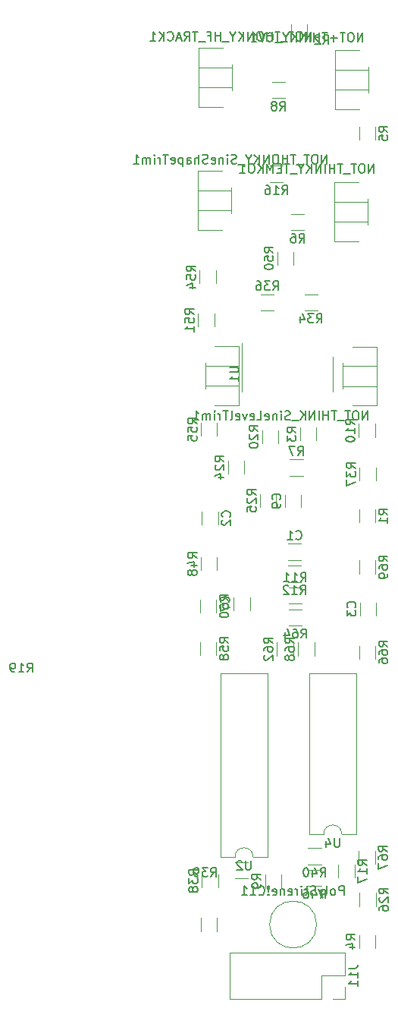
<source format=gbr>
%TF.GenerationSoftware,KiCad,Pcbnew,7.0.2*%
%TF.CreationDate,2023-06-13T14:31:57-04:00*%
%TF.ProjectId,as3340_no_mux,61733333-3430-45f6-9e6f-5f6d75782e6b,rev?*%
%TF.SameCoordinates,Original*%
%TF.FileFunction,Legend,Bot*%
%TF.FilePolarity,Positive*%
%FSLAX46Y46*%
G04 Gerber Fmt 4.6, Leading zero omitted, Abs format (unit mm)*
G04 Created by KiCad (PCBNEW 7.0.2) date 2023-06-13 14:31:57*
%MOMM*%
%LPD*%
G01*
G04 APERTURE LIST*
%ADD10C,0.150000*%
%ADD11C,0.120000*%
G04 APERTURE END LIST*
D10*
%TO.C,R46*%
X191650857Y-136775619D02*
X191984190Y-136299428D01*
X192222285Y-136775619D02*
X192222285Y-135775619D01*
X192222285Y-135775619D02*
X191841333Y-135775619D01*
X191841333Y-135775619D02*
X191746095Y-135823238D01*
X191746095Y-135823238D02*
X191698476Y-135870857D01*
X191698476Y-135870857D02*
X191650857Y-135966095D01*
X191650857Y-135966095D02*
X191650857Y-136108952D01*
X191650857Y-136108952D02*
X191698476Y-136204190D01*
X191698476Y-136204190D02*
X191746095Y-136251809D01*
X191746095Y-136251809D02*
X191841333Y-136299428D01*
X191841333Y-136299428D02*
X192222285Y-136299428D01*
X190793714Y-136108952D02*
X190793714Y-136775619D01*
X191031809Y-135728000D02*
X191269904Y-136442285D01*
X191269904Y-136442285D02*
X190650857Y-136442285D01*
X189841333Y-135775619D02*
X190031809Y-135775619D01*
X190031809Y-135775619D02*
X190127047Y-135823238D01*
X190127047Y-135823238D02*
X190174666Y-135870857D01*
X190174666Y-135870857D02*
X190269904Y-136013714D01*
X190269904Y-136013714D02*
X190317523Y-136204190D01*
X190317523Y-136204190D02*
X190317523Y-136585142D01*
X190317523Y-136585142D02*
X190269904Y-136680380D01*
X190269904Y-136680380D02*
X190222285Y-136728000D01*
X190222285Y-136728000D02*
X190127047Y-136775619D01*
X190127047Y-136775619D02*
X189936571Y-136775619D01*
X189936571Y-136775619D02*
X189841333Y-136728000D01*
X189841333Y-136728000D02*
X189793714Y-136680380D01*
X189793714Y-136680380D02*
X189746095Y-136585142D01*
X189746095Y-136585142D02*
X189746095Y-136347047D01*
X189746095Y-136347047D02*
X189793714Y-136251809D01*
X189793714Y-136251809D02*
X189841333Y-136204190D01*
X189841333Y-136204190D02*
X189936571Y-136156571D01*
X189936571Y-136156571D02*
X190127047Y-136156571D01*
X190127047Y-136156571D02*
X190222285Y-136204190D01*
X190222285Y-136204190D02*
X190269904Y-136251809D01*
X190269904Y-136251809D02*
X190317523Y-136347047D01*
%TO.C,C1*%
X188939466Y-96662980D02*
X188987085Y-96710600D01*
X188987085Y-96710600D02*
X189129942Y-96758219D01*
X189129942Y-96758219D02*
X189225180Y-96758219D01*
X189225180Y-96758219D02*
X189368037Y-96710600D01*
X189368037Y-96710600D02*
X189463275Y-96615361D01*
X189463275Y-96615361D02*
X189510894Y-96520123D01*
X189510894Y-96520123D02*
X189558513Y-96329647D01*
X189558513Y-96329647D02*
X189558513Y-96186790D01*
X189558513Y-96186790D02*
X189510894Y-95996314D01*
X189510894Y-95996314D02*
X189463275Y-95901076D01*
X189463275Y-95901076D02*
X189368037Y-95805838D01*
X189368037Y-95805838D02*
X189225180Y-95758219D01*
X189225180Y-95758219D02*
X189129942Y-95758219D01*
X189129942Y-95758219D02*
X188987085Y-95805838D01*
X188987085Y-95805838D02*
X188939466Y-95853457D01*
X187987085Y-96758219D02*
X188558513Y-96758219D01*
X188272799Y-96758219D02*
X188272799Y-95758219D01*
X188272799Y-95758219D02*
X188368037Y-95901076D01*
X188368037Y-95901076D02*
X188463275Y-95996314D01*
X188463275Y-95996314D02*
X188558513Y-96043933D01*
%TO.C,R60*%
X181403419Y-103547942D02*
X180927228Y-103214609D01*
X181403419Y-102976514D02*
X180403419Y-102976514D01*
X180403419Y-102976514D02*
X180403419Y-103357466D01*
X180403419Y-103357466D02*
X180451038Y-103452704D01*
X180451038Y-103452704D02*
X180498657Y-103500323D01*
X180498657Y-103500323D02*
X180593895Y-103547942D01*
X180593895Y-103547942D02*
X180736752Y-103547942D01*
X180736752Y-103547942D02*
X180831990Y-103500323D01*
X180831990Y-103500323D02*
X180879609Y-103452704D01*
X180879609Y-103452704D02*
X180927228Y-103357466D01*
X180927228Y-103357466D02*
X180927228Y-102976514D01*
X180403419Y-104405085D02*
X180403419Y-104214609D01*
X180403419Y-104214609D02*
X180451038Y-104119371D01*
X180451038Y-104119371D02*
X180498657Y-104071752D01*
X180498657Y-104071752D02*
X180641514Y-103976514D01*
X180641514Y-103976514D02*
X180831990Y-103928895D01*
X180831990Y-103928895D02*
X181212942Y-103928895D01*
X181212942Y-103928895D02*
X181308180Y-103976514D01*
X181308180Y-103976514D02*
X181355800Y-104024133D01*
X181355800Y-104024133D02*
X181403419Y-104119371D01*
X181403419Y-104119371D02*
X181403419Y-104309847D01*
X181403419Y-104309847D02*
X181355800Y-104405085D01*
X181355800Y-104405085D02*
X181308180Y-104452704D01*
X181308180Y-104452704D02*
X181212942Y-104500323D01*
X181212942Y-104500323D02*
X180974847Y-104500323D01*
X180974847Y-104500323D02*
X180879609Y-104452704D01*
X180879609Y-104452704D02*
X180831990Y-104405085D01*
X180831990Y-104405085D02*
X180784371Y-104309847D01*
X180784371Y-104309847D02*
X180784371Y-104119371D01*
X180784371Y-104119371D02*
X180831990Y-104024133D01*
X180831990Y-104024133D02*
X180879609Y-103976514D01*
X180879609Y-103976514D02*
X180974847Y-103928895D01*
X180403419Y-105119371D02*
X180403419Y-105214609D01*
X180403419Y-105214609D02*
X180451038Y-105309847D01*
X180451038Y-105309847D02*
X180498657Y-105357466D01*
X180498657Y-105357466D02*
X180593895Y-105405085D01*
X180593895Y-105405085D02*
X180784371Y-105452704D01*
X180784371Y-105452704D02*
X181022466Y-105452704D01*
X181022466Y-105452704D02*
X181212942Y-105405085D01*
X181212942Y-105405085D02*
X181308180Y-105357466D01*
X181308180Y-105357466D02*
X181355800Y-105309847D01*
X181355800Y-105309847D02*
X181403419Y-105214609D01*
X181403419Y-105214609D02*
X181403419Y-105119371D01*
X181403419Y-105119371D02*
X181355800Y-105024133D01*
X181355800Y-105024133D02*
X181308180Y-104976514D01*
X181308180Y-104976514D02*
X181212942Y-104928895D01*
X181212942Y-104928895D02*
X181022466Y-104881276D01*
X181022466Y-104881276D02*
X180784371Y-104881276D01*
X180784371Y-104881276D02*
X180593895Y-104928895D01*
X180593895Y-104928895D02*
X180498657Y-104976514D01*
X180498657Y-104976514D02*
X180451038Y-105024133D01*
X180451038Y-105024133D02*
X180403419Y-105119371D01*
%TO.C,NOT_THONKY_HF_TRACK1*%
X190617381Y-41114619D02*
X190617381Y-40114619D01*
X190617381Y-40114619D02*
X190045953Y-41114619D01*
X190045953Y-41114619D02*
X190045953Y-40114619D01*
X189379286Y-40114619D02*
X189188810Y-40114619D01*
X189188810Y-40114619D02*
X189093572Y-40162238D01*
X189093572Y-40162238D02*
X188998334Y-40257476D01*
X188998334Y-40257476D02*
X188950715Y-40447952D01*
X188950715Y-40447952D02*
X188950715Y-40781285D01*
X188950715Y-40781285D02*
X188998334Y-40971761D01*
X188998334Y-40971761D02*
X189093572Y-41067000D01*
X189093572Y-41067000D02*
X189188810Y-41114619D01*
X189188810Y-41114619D02*
X189379286Y-41114619D01*
X189379286Y-41114619D02*
X189474524Y-41067000D01*
X189474524Y-41067000D02*
X189569762Y-40971761D01*
X189569762Y-40971761D02*
X189617381Y-40781285D01*
X189617381Y-40781285D02*
X189617381Y-40447952D01*
X189617381Y-40447952D02*
X189569762Y-40257476D01*
X189569762Y-40257476D02*
X189474524Y-40162238D01*
X189474524Y-40162238D02*
X189379286Y-40114619D01*
X188665000Y-40114619D02*
X188093572Y-40114619D01*
X188379286Y-41114619D02*
X188379286Y-40114619D01*
X187998334Y-41209857D02*
X187236429Y-41209857D01*
X187141190Y-40114619D02*
X186569762Y-40114619D01*
X186855476Y-41114619D02*
X186855476Y-40114619D01*
X186236428Y-41114619D02*
X186236428Y-40114619D01*
X186236428Y-40590809D02*
X185665000Y-40590809D01*
X185665000Y-41114619D02*
X185665000Y-40114619D01*
X184998333Y-40114619D02*
X184807857Y-40114619D01*
X184807857Y-40114619D02*
X184712619Y-40162238D01*
X184712619Y-40162238D02*
X184617381Y-40257476D01*
X184617381Y-40257476D02*
X184569762Y-40447952D01*
X184569762Y-40447952D02*
X184569762Y-40781285D01*
X184569762Y-40781285D02*
X184617381Y-40971761D01*
X184617381Y-40971761D02*
X184712619Y-41067000D01*
X184712619Y-41067000D02*
X184807857Y-41114619D01*
X184807857Y-41114619D02*
X184998333Y-41114619D01*
X184998333Y-41114619D02*
X185093571Y-41067000D01*
X185093571Y-41067000D02*
X185188809Y-40971761D01*
X185188809Y-40971761D02*
X185236428Y-40781285D01*
X185236428Y-40781285D02*
X185236428Y-40447952D01*
X185236428Y-40447952D02*
X185188809Y-40257476D01*
X185188809Y-40257476D02*
X185093571Y-40162238D01*
X185093571Y-40162238D02*
X184998333Y-40114619D01*
X184141190Y-41114619D02*
X184141190Y-40114619D01*
X184141190Y-40114619D02*
X183569762Y-41114619D01*
X183569762Y-41114619D02*
X183569762Y-40114619D01*
X183093571Y-41114619D02*
X183093571Y-40114619D01*
X182522143Y-41114619D02*
X182950714Y-40543190D01*
X182522143Y-40114619D02*
X183093571Y-40686047D01*
X181903095Y-40638428D02*
X181903095Y-41114619D01*
X182236428Y-40114619D02*
X181903095Y-40638428D01*
X181903095Y-40638428D02*
X181569762Y-40114619D01*
X181474524Y-41209857D02*
X180712619Y-41209857D01*
X180474523Y-41114619D02*
X180474523Y-40114619D01*
X180474523Y-40590809D02*
X179903095Y-40590809D01*
X179903095Y-41114619D02*
X179903095Y-40114619D01*
X179093571Y-40590809D02*
X179426904Y-40590809D01*
X179426904Y-41114619D02*
X179426904Y-40114619D01*
X179426904Y-40114619D02*
X178950714Y-40114619D01*
X178807857Y-41209857D02*
X178045952Y-41209857D01*
X177950713Y-40114619D02*
X177379285Y-40114619D01*
X177664999Y-41114619D02*
X177664999Y-40114619D01*
X176474523Y-41114619D02*
X176807856Y-40638428D01*
X177045951Y-41114619D02*
X177045951Y-40114619D01*
X177045951Y-40114619D02*
X176664999Y-40114619D01*
X176664999Y-40114619D02*
X176569761Y-40162238D01*
X176569761Y-40162238D02*
X176522142Y-40209857D01*
X176522142Y-40209857D02*
X176474523Y-40305095D01*
X176474523Y-40305095D02*
X176474523Y-40447952D01*
X176474523Y-40447952D02*
X176522142Y-40543190D01*
X176522142Y-40543190D02*
X176569761Y-40590809D01*
X176569761Y-40590809D02*
X176664999Y-40638428D01*
X176664999Y-40638428D02*
X177045951Y-40638428D01*
X176093570Y-40828904D02*
X175617380Y-40828904D01*
X176188808Y-41114619D02*
X175855475Y-40114619D01*
X175855475Y-40114619D02*
X175522142Y-41114619D01*
X174617380Y-41019380D02*
X174664999Y-41067000D01*
X174664999Y-41067000D02*
X174807856Y-41114619D01*
X174807856Y-41114619D02*
X174903094Y-41114619D01*
X174903094Y-41114619D02*
X175045951Y-41067000D01*
X175045951Y-41067000D02*
X175141189Y-40971761D01*
X175141189Y-40971761D02*
X175188808Y-40876523D01*
X175188808Y-40876523D02*
X175236427Y-40686047D01*
X175236427Y-40686047D02*
X175236427Y-40543190D01*
X175236427Y-40543190D02*
X175188808Y-40352714D01*
X175188808Y-40352714D02*
X175141189Y-40257476D01*
X175141189Y-40257476D02*
X175045951Y-40162238D01*
X175045951Y-40162238D02*
X174903094Y-40114619D01*
X174903094Y-40114619D02*
X174807856Y-40114619D01*
X174807856Y-40114619D02*
X174664999Y-40162238D01*
X174664999Y-40162238D02*
X174617380Y-40209857D01*
X174188808Y-41114619D02*
X174188808Y-40114619D01*
X173617380Y-41114619D02*
X174045951Y-40543190D01*
X173617380Y-40114619D02*
X174188808Y-40686047D01*
X172664999Y-41114619D02*
X173236427Y-41114619D01*
X172950713Y-41114619D02*
X172950713Y-40114619D01*
X172950713Y-40114619D02*
X173045951Y-40257476D01*
X173045951Y-40257476D02*
X173141189Y-40352714D01*
X173141189Y-40352714D02*
X173236427Y-40400333D01*
%TO.C,R69*%
X199183419Y-99179142D02*
X198707228Y-98845809D01*
X199183419Y-98607714D02*
X198183419Y-98607714D01*
X198183419Y-98607714D02*
X198183419Y-98988666D01*
X198183419Y-98988666D02*
X198231038Y-99083904D01*
X198231038Y-99083904D02*
X198278657Y-99131523D01*
X198278657Y-99131523D02*
X198373895Y-99179142D01*
X198373895Y-99179142D02*
X198516752Y-99179142D01*
X198516752Y-99179142D02*
X198611990Y-99131523D01*
X198611990Y-99131523D02*
X198659609Y-99083904D01*
X198659609Y-99083904D02*
X198707228Y-98988666D01*
X198707228Y-98988666D02*
X198707228Y-98607714D01*
X198183419Y-100036285D02*
X198183419Y-99845809D01*
X198183419Y-99845809D02*
X198231038Y-99750571D01*
X198231038Y-99750571D02*
X198278657Y-99702952D01*
X198278657Y-99702952D02*
X198421514Y-99607714D01*
X198421514Y-99607714D02*
X198611990Y-99560095D01*
X198611990Y-99560095D02*
X198992942Y-99560095D01*
X198992942Y-99560095D02*
X199088180Y-99607714D01*
X199088180Y-99607714D02*
X199135800Y-99655333D01*
X199135800Y-99655333D02*
X199183419Y-99750571D01*
X199183419Y-99750571D02*
X199183419Y-99941047D01*
X199183419Y-99941047D02*
X199135800Y-100036285D01*
X199135800Y-100036285D02*
X199088180Y-100083904D01*
X199088180Y-100083904D02*
X198992942Y-100131523D01*
X198992942Y-100131523D02*
X198754847Y-100131523D01*
X198754847Y-100131523D02*
X198659609Y-100083904D01*
X198659609Y-100083904D02*
X198611990Y-100036285D01*
X198611990Y-100036285D02*
X198564371Y-99941047D01*
X198564371Y-99941047D02*
X198564371Y-99750571D01*
X198564371Y-99750571D02*
X198611990Y-99655333D01*
X198611990Y-99655333D02*
X198659609Y-99607714D01*
X198659609Y-99607714D02*
X198754847Y-99560095D01*
X199183419Y-100607714D02*
X199183419Y-100798190D01*
X199183419Y-100798190D02*
X199135800Y-100893428D01*
X199135800Y-100893428D02*
X199088180Y-100941047D01*
X199088180Y-100941047D02*
X198945323Y-101036285D01*
X198945323Y-101036285D02*
X198754847Y-101083904D01*
X198754847Y-101083904D02*
X198373895Y-101083904D01*
X198373895Y-101083904D02*
X198278657Y-101036285D01*
X198278657Y-101036285D02*
X198231038Y-100988666D01*
X198231038Y-100988666D02*
X198183419Y-100893428D01*
X198183419Y-100893428D02*
X198183419Y-100702952D01*
X198183419Y-100702952D02*
X198231038Y-100607714D01*
X198231038Y-100607714D02*
X198278657Y-100560095D01*
X198278657Y-100560095D02*
X198373895Y-100512476D01*
X198373895Y-100512476D02*
X198611990Y-100512476D01*
X198611990Y-100512476D02*
X198707228Y-100560095D01*
X198707228Y-100560095D02*
X198754847Y-100607714D01*
X198754847Y-100607714D02*
X198802466Y-100702952D01*
X198802466Y-100702952D02*
X198802466Y-100893428D01*
X198802466Y-100893428D02*
X198754847Y-100988666D01*
X198754847Y-100988666D02*
X198707228Y-101036285D01*
X198707228Y-101036285D02*
X198611990Y-101083904D01*
%TO.C,R6*%
X189295066Y-63649019D02*
X189628399Y-63172828D01*
X189866494Y-63649019D02*
X189866494Y-62649019D01*
X189866494Y-62649019D02*
X189485542Y-62649019D01*
X189485542Y-62649019D02*
X189390304Y-62696638D01*
X189390304Y-62696638D02*
X189342685Y-62744257D01*
X189342685Y-62744257D02*
X189295066Y-62839495D01*
X189295066Y-62839495D02*
X189295066Y-62982352D01*
X189295066Y-62982352D02*
X189342685Y-63077590D01*
X189342685Y-63077590D02*
X189390304Y-63125209D01*
X189390304Y-63125209D02*
X189485542Y-63172828D01*
X189485542Y-63172828D02*
X189866494Y-63172828D01*
X188437923Y-62649019D02*
X188628399Y-62649019D01*
X188628399Y-62649019D02*
X188723637Y-62696638D01*
X188723637Y-62696638D02*
X188771256Y-62744257D01*
X188771256Y-62744257D02*
X188866494Y-62887114D01*
X188866494Y-62887114D02*
X188914113Y-63077590D01*
X188914113Y-63077590D02*
X188914113Y-63458542D01*
X188914113Y-63458542D02*
X188866494Y-63553780D01*
X188866494Y-63553780D02*
X188818875Y-63601400D01*
X188818875Y-63601400D02*
X188723637Y-63649019D01*
X188723637Y-63649019D02*
X188533161Y-63649019D01*
X188533161Y-63649019D02*
X188437923Y-63601400D01*
X188437923Y-63601400D02*
X188390304Y-63553780D01*
X188390304Y-63553780D02*
X188342685Y-63458542D01*
X188342685Y-63458542D02*
X188342685Y-63220447D01*
X188342685Y-63220447D02*
X188390304Y-63125209D01*
X188390304Y-63125209D02*
X188437923Y-63077590D01*
X188437923Y-63077590D02*
X188533161Y-63029971D01*
X188533161Y-63029971D02*
X188723637Y-63029971D01*
X188723637Y-63029971D02*
X188818875Y-63077590D01*
X188818875Y-63077590D02*
X188866494Y-63125209D01*
X188866494Y-63125209D02*
X188914113Y-63220447D01*
%TO.C,R55*%
X177865019Y-83837542D02*
X177388828Y-83504209D01*
X177865019Y-83266114D02*
X176865019Y-83266114D01*
X176865019Y-83266114D02*
X176865019Y-83647066D01*
X176865019Y-83647066D02*
X176912638Y-83742304D01*
X176912638Y-83742304D02*
X176960257Y-83789923D01*
X176960257Y-83789923D02*
X177055495Y-83837542D01*
X177055495Y-83837542D02*
X177198352Y-83837542D01*
X177198352Y-83837542D02*
X177293590Y-83789923D01*
X177293590Y-83789923D02*
X177341209Y-83742304D01*
X177341209Y-83742304D02*
X177388828Y-83647066D01*
X177388828Y-83647066D02*
X177388828Y-83266114D01*
X176865019Y-84742304D02*
X176865019Y-84266114D01*
X176865019Y-84266114D02*
X177341209Y-84218495D01*
X177341209Y-84218495D02*
X177293590Y-84266114D01*
X177293590Y-84266114D02*
X177245971Y-84361352D01*
X177245971Y-84361352D02*
X177245971Y-84599447D01*
X177245971Y-84599447D02*
X177293590Y-84694685D01*
X177293590Y-84694685D02*
X177341209Y-84742304D01*
X177341209Y-84742304D02*
X177436447Y-84789923D01*
X177436447Y-84789923D02*
X177674542Y-84789923D01*
X177674542Y-84789923D02*
X177769780Y-84742304D01*
X177769780Y-84742304D02*
X177817400Y-84694685D01*
X177817400Y-84694685D02*
X177865019Y-84599447D01*
X177865019Y-84599447D02*
X177865019Y-84361352D01*
X177865019Y-84361352D02*
X177817400Y-84266114D01*
X177817400Y-84266114D02*
X177769780Y-84218495D01*
X176865019Y-85694685D02*
X176865019Y-85218495D01*
X176865019Y-85218495D02*
X177341209Y-85170876D01*
X177341209Y-85170876D02*
X177293590Y-85218495D01*
X177293590Y-85218495D02*
X177245971Y-85313733D01*
X177245971Y-85313733D02*
X177245971Y-85551828D01*
X177245971Y-85551828D02*
X177293590Y-85647066D01*
X177293590Y-85647066D02*
X177341209Y-85694685D01*
X177341209Y-85694685D02*
X177436447Y-85742304D01*
X177436447Y-85742304D02*
X177674542Y-85742304D01*
X177674542Y-85742304D02*
X177769780Y-85694685D01*
X177769780Y-85694685D02*
X177817400Y-85647066D01*
X177817400Y-85647066D02*
X177865019Y-85551828D01*
X177865019Y-85551828D02*
X177865019Y-85313733D01*
X177865019Y-85313733D02*
X177817400Y-85218495D01*
X177817400Y-85218495D02*
X177769780Y-85170876D01*
%TO.C,R34*%
X191244457Y-72589819D02*
X191577790Y-72113628D01*
X191815885Y-72589819D02*
X191815885Y-71589819D01*
X191815885Y-71589819D02*
X191434933Y-71589819D01*
X191434933Y-71589819D02*
X191339695Y-71637438D01*
X191339695Y-71637438D02*
X191292076Y-71685057D01*
X191292076Y-71685057D02*
X191244457Y-71780295D01*
X191244457Y-71780295D02*
X191244457Y-71923152D01*
X191244457Y-71923152D02*
X191292076Y-72018390D01*
X191292076Y-72018390D02*
X191339695Y-72066009D01*
X191339695Y-72066009D02*
X191434933Y-72113628D01*
X191434933Y-72113628D02*
X191815885Y-72113628D01*
X190911123Y-71589819D02*
X190292076Y-71589819D01*
X190292076Y-71589819D02*
X190625409Y-71970771D01*
X190625409Y-71970771D02*
X190482552Y-71970771D01*
X190482552Y-71970771D02*
X190387314Y-72018390D01*
X190387314Y-72018390D02*
X190339695Y-72066009D01*
X190339695Y-72066009D02*
X190292076Y-72161247D01*
X190292076Y-72161247D02*
X190292076Y-72399342D01*
X190292076Y-72399342D02*
X190339695Y-72494580D01*
X190339695Y-72494580D02*
X190387314Y-72542200D01*
X190387314Y-72542200D02*
X190482552Y-72589819D01*
X190482552Y-72589819D02*
X190768266Y-72589819D01*
X190768266Y-72589819D02*
X190863504Y-72542200D01*
X190863504Y-72542200D02*
X190911123Y-72494580D01*
X189434933Y-71923152D02*
X189434933Y-72589819D01*
X189673028Y-71542200D02*
X189911123Y-72256485D01*
X189911123Y-72256485D02*
X189292076Y-72256485D01*
%TO.C,R4*%
X195543419Y-141412933D02*
X195067228Y-141079600D01*
X195543419Y-140841505D02*
X194543419Y-140841505D01*
X194543419Y-140841505D02*
X194543419Y-141222457D01*
X194543419Y-141222457D02*
X194591038Y-141317695D01*
X194591038Y-141317695D02*
X194638657Y-141365314D01*
X194638657Y-141365314D02*
X194733895Y-141412933D01*
X194733895Y-141412933D02*
X194876752Y-141412933D01*
X194876752Y-141412933D02*
X194971990Y-141365314D01*
X194971990Y-141365314D02*
X195019609Y-141317695D01*
X195019609Y-141317695D02*
X195067228Y-141222457D01*
X195067228Y-141222457D02*
X195067228Y-140841505D01*
X194876752Y-142270076D02*
X195543419Y-142270076D01*
X194495800Y-142031981D02*
X195210085Y-141793886D01*
X195210085Y-141793886D02*
X195210085Y-142412933D01*
%TO.C,R58*%
X181403419Y-108272342D02*
X180927228Y-107939009D01*
X181403419Y-107700914D02*
X180403419Y-107700914D01*
X180403419Y-107700914D02*
X180403419Y-108081866D01*
X180403419Y-108081866D02*
X180451038Y-108177104D01*
X180451038Y-108177104D02*
X180498657Y-108224723D01*
X180498657Y-108224723D02*
X180593895Y-108272342D01*
X180593895Y-108272342D02*
X180736752Y-108272342D01*
X180736752Y-108272342D02*
X180831990Y-108224723D01*
X180831990Y-108224723D02*
X180879609Y-108177104D01*
X180879609Y-108177104D02*
X180927228Y-108081866D01*
X180927228Y-108081866D02*
X180927228Y-107700914D01*
X180403419Y-109177104D02*
X180403419Y-108700914D01*
X180403419Y-108700914D02*
X180879609Y-108653295D01*
X180879609Y-108653295D02*
X180831990Y-108700914D01*
X180831990Y-108700914D02*
X180784371Y-108796152D01*
X180784371Y-108796152D02*
X180784371Y-109034247D01*
X180784371Y-109034247D02*
X180831990Y-109129485D01*
X180831990Y-109129485D02*
X180879609Y-109177104D01*
X180879609Y-109177104D02*
X180974847Y-109224723D01*
X180974847Y-109224723D02*
X181212942Y-109224723D01*
X181212942Y-109224723D02*
X181308180Y-109177104D01*
X181308180Y-109177104D02*
X181355800Y-109129485D01*
X181355800Y-109129485D02*
X181403419Y-109034247D01*
X181403419Y-109034247D02*
X181403419Y-108796152D01*
X181403419Y-108796152D02*
X181355800Y-108700914D01*
X181355800Y-108700914D02*
X181308180Y-108653295D01*
X180831990Y-109796152D02*
X180784371Y-109700914D01*
X180784371Y-109700914D02*
X180736752Y-109653295D01*
X180736752Y-109653295D02*
X180641514Y-109605676D01*
X180641514Y-109605676D02*
X180593895Y-109605676D01*
X180593895Y-109605676D02*
X180498657Y-109653295D01*
X180498657Y-109653295D02*
X180451038Y-109700914D01*
X180451038Y-109700914D02*
X180403419Y-109796152D01*
X180403419Y-109796152D02*
X180403419Y-109986628D01*
X180403419Y-109986628D02*
X180451038Y-110081866D01*
X180451038Y-110081866D02*
X180498657Y-110129485D01*
X180498657Y-110129485D02*
X180593895Y-110177104D01*
X180593895Y-110177104D02*
X180641514Y-110177104D01*
X180641514Y-110177104D02*
X180736752Y-110129485D01*
X180736752Y-110129485D02*
X180784371Y-110081866D01*
X180784371Y-110081866D02*
X180831990Y-109986628D01*
X180831990Y-109986628D02*
X180831990Y-109796152D01*
X180831990Y-109796152D02*
X180879609Y-109700914D01*
X180879609Y-109700914D02*
X180927228Y-109653295D01*
X180927228Y-109653295D02*
X181022466Y-109605676D01*
X181022466Y-109605676D02*
X181212942Y-109605676D01*
X181212942Y-109605676D02*
X181308180Y-109653295D01*
X181308180Y-109653295D02*
X181355800Y-109700914D01*
X181355800Y-109700914D02*
X181403419Y-109796152D01*
X181403419Y-109796152D02*
X181403419Y-109986628D01*
X181403419Y-109986628D02*
X181355800Y-110081866D01*
X181355800Y-110081866D02*
X181308180Y-110129485D01*
X181308180Y-110129485D02*
X181212942Y-110177104D01*
X181212942Y-110177104D02*
X181022466Y-110177104D01*
X181022466Y-110177104D02*
X180927228Y-110129485D01*
X180927228Y-110129485D02*
X180879609Y-110081866D01*
X180879609Y-110081866D02*
X180831990Y-109986628D01*
%TO.C,R11*%
X189466457Y-101453019D02*
X189799790Y-100976828D01*
X190037885Y-101453019D02*
X190037885Y-100453019D01*
X190037885Y-100453019D02*
X189656933Y-100453019D01*
X189656933Y-100453019D02*
X189561695Y-100500638D01*
X189561695Y-100500638D02*
X189514076Y-100548257D01*
X189514076Y-100548257D02*
X189466457Y-100643495D01*
X189466457Y-100643495D02*
X189466457Y-100786352D01*
X189466457Y-100786352D02*
X189514076Y-100881590D01*
X189514076Y-100881590D02*
X189561695Y-100929209D01*
X189561695Y-100929209D02*
X189656933Y-100976828D01*
X189656933Y-100976828D02*
X190037885Y-100976828D01*
X188514076Y-101453019D02*
X189085504Y-101453019D01*
X188799790Y-101453019D02*
X188799790Y-100453019D01*
X188799790Y-100453019D02*
X188895028Y-100595876D01*
X188895028Y-100595876D02*
X188990266Y-100691114D01*
X188990266Y-100691114D02*
X189085504Y-100738733D01*
X187561695Y-101453019D02*
X188133123Y-101453019D01*
X187847409Y-101453019D02*
X187847409Y-100453019D01*
X187847409Y-100453019D02*
X187942647Y-100595876D01*
X187942647Y-100595876D02*
X188037885Y-100691114D01*
X188037885Y-100691114D02*
X188133123Y-100738733D01*
%TO.C,R25*%
X184469019Y-91762342D02*
X183992828Y-91429009D01*
X184469019Y-91190914D02*
X183469019Y-91190914D01*
X183469019Y-91190914D02*
X183469019Y-91571866D01*
X183469019Y-91571866D02*
X183516638Y-91667104D01*
X183516638Y-91667104D02*
X183564257Y-91714723D01*
X183564257Y-91714723D02*
X183659495Y-91762342D01*
X183659495Y-91762342D02*
X183802352Y-91762342D01*
X183802352Y-91762342D02*
X183897590Y-91714723D01*
X183897590Y-91714723D02*
X183945209Y-91667104D01*
X183945209Y-91667104D02*
X183992828Y-91571866D01*
X183992828Y-91571866D02*
X183992828Y-91190914D01*
X183564257Y-92143295D02*
X183516638Y-92190914D01*
X183516638Y-92190914D02*
X183469019Y-92286152D01*
X183469019Y-92286152D02*
X183469019Y-92524247D01*
X183469019Y-92524247D02*
X183516638Y-92619485D01*
X183516638Y-92619485D02*
X183564257Y-92667104D01*
X183564257Y-92667104D02*
X183659495Y-92714723D01*
X183659495Y-92714723D02*
X183754733Y-92714723D01*
X183754733Y-92714723D02*
X183897590Y-92667104D01*
X183897590Y-92667104D02*
X184469019Y-92095676D01*
X184469019Y-92095676D02*
X184469019Y-92714723D01*
X183469019Y-93619485D02*
X183469019Y-93143295D01*
X183469019Y-93143295D02*
X183945209Y-93095676D01*
X183945209Y-93095676D02*
X183897590Y-93143295D01*
X183897590Y-93143295D02*
X183849971Y-93238533D01*
X183849971Y-93238533D02*
X183849971Y-93476628D01*
X183849971Y-93476628D02*
X183897590Y-93571866D01*
X183897590Y-93571866D02*
X183945209Y-93619485D01*
X183945209Y-93619485D02*
X184040447Y-93667104D01*
X184040447Y-93667104D02*
X184278542Y-93667104D01*
X184278542Y-93667104D02*
X184373780Y-93619485D01*
X184373780Y-93619485D02*
X184421400Y-93571866D01*
X184421400Y-93571866D02*
X184469019Y-93476628D01*
X184469019Y-93476628D02*
X184469019Y-93238533D01*
X184469019Y-93238533D02*
X184421400Y-93143295D01*
X184421400Y-93143295D02*
X184373780Y-93095676D01*
%TO.C,R48*%
X177865019Y-98823542D02*
X177388828Y-98490209D01*
X177865019Y-98252114D02*
X176865019Y-98252114D01*
X176865019Y-98252114D02*
X176865019Y-98633066D01*
X176865019Y-98633066D02*
X176912638Y-98728304D01*
X176912638Y-98728304D02*
X176960257Y-98775923D01*
X176960257Y-98775923D02*
X177055495Y-98823542D01*
X177055495Y-98823542D02*
X177198352Y-98823542D01*
X177198352Y-98823542D02*
X177293590Y-98775923D01*
X177293590Y-98775923D02*
X177341209Y-98728304D01*
X177341209Y-98728304D02*
X177388828Y-98633066D01*
X177388828Y-98633066D02*
X177388828Y-98252114D01*
X177198352Y-99680685D02*
X177865019Y-99680685D01*
X176817400Y-99442590D02*
X177531685Y-99204495D01*
X177531685Y-99204495D02*
X177531685Y-99823542D01*
X177293590Y-100347352D02*
X177245971Y-100252114D01*
X177245971Y-100252114D02*
X177198352Y-100204495D01*
X177198352Y-100204495D02*
X177103114Y-100156876D01*
X177103114Y-100156876D02*
X177055495Y-100156876D01*
X177055495Y-100156876D02*
X176960257Y-100204495D01*
X176960257Y-100204495D02*
X176912638Y-100252114D01*
X176912638Y-100252114D02*
X176865019Y-100347352D01*
X176865019Y-100347352D02*
X176865019Y-100537828D01*
X176865019Y-100537828D02*
X176912638Y-100633066D01*
X176912638Y-100633066D02*
X176960257Y-100680685D01*
X176960257Y-100680685D02*
X177055495Y-100728304D01*
X177055495Y-100728304D02*
X177103114Y-100728304D01*
X177103114Y-100728304D02*
X177198352Y-100680685D01*
X177198352Y-100680685D02*
X177245971Y-100633066D01*
X177245971Y-100633066D02*
X177293590Y-100537828D01*
X177293590Y-100537828D02*
X177293590Y-100347352D01*
X177293590Y-100347352D02*
X177341209Y-100252114D01*
X177341209Y-100252114D02*
X177388828Y-100204495D01*
X177388828Y-100204495D02*
X177484066Y-100156876D01*
X177484066Y-100156876D02*
X177674542Y-100156876D01*
X177674542Y-100156876D02*
X177769780Y-100204495D01*
X177769780Y-100204495D02*
X177817400Y-100252114D01*
X177817400Y-100252114D02*
X177865019Y-100347352D01*
X177865019Y-100347352D02*
X177865019Y-100537828D01*
X177865019Y-100537828D02*
X177817400Y-100633066D01*
X177817400Y-100633066D02*
X177769780Y-100680685D01*
X177769780Y-100680685D02*
X177674542Y-100728304D01*
X177674542Y-100728304D02*
X177484066Y-100728304D01*
X177484066Y-100728304D02*
X177388828Y-100680685D01*
X177388828Y-100680685D02*
X177341209Y-100633066D01*
X177341209Y-100633066D02*
X177293590Y-100537828D01*
%TO.C,R37*%
X195594219Y-88815942D02*
X195118028Y-88482609D01*
X195594219Y-88244514D02*
X194594219Y-88244514D01*
X194594219Y-88244514D02*
X194594219Y-88625466D01*
X194594219Y-88625466D02*
X194641838Y-88720704D01*
X194641838Y-88720704D02*
X194689457Y-88768323D01*
X194689457Y-88768323D02*
X194784695Y-88815942D01*
X194784695Y-88815942D02*
X194927552Y-88815942D01*
X194927552Y-88815942D02*
X195022790Y-88768323D01*
X195022790Y-88768323D02*
X195070409Y-88720704D01*
X195070409Y-88720704D02*
X195118028Y-88625466D01*
X195118028Y-88625466D02*
X195118028Y-88244514D01*
X194594219Y-89149276D02*
X194594219Y-89768323D01*
X194594219Y-89768323D02*
X194975171Y-89434990D01*
X194975171Y-89434990D02*
X194975171Y-89577847D01*
X194975171Y-89577847D02*
X195022790Y-89673085D01*
X195022790Y-89673085D02*
X195070409Y-89720704D01*
X195070409Y-89720704D02*
X195165647Y-89768323D01*
X195165647Y-89768323D02*
X195403742Y-89768323D01*
X195403742Y-89768323D02*
X195498980Y-89720704D01*
X195498980Y-89720704D02*
X195546600Y-89673085D01*
X195546600Y-89673085D02*
X195594219Y-89577847D01*
X195594219Y-89577847D02*
X195594219Y-89292133D01*
X195594219Y-89292133D02*
X195546600Y-89196895D01*
X195546600Y-89196895D02*
X195498980Y-89149276D01*
X194594219Y-90101657D02*
X194594219Y-90768323D01*
X194594219Y-90768323D02*
X195594219Y-90339752D01*
%TO.C,R16*%
X187383657Y-58264219D02*
X187716990Y-57788028D01*
X187955085Y-58264219D02*
X187955085Y-57264219D01*
X187955085Y-57264219D02*
X187574133Y-57264219D01*
X187574133Y-57264219D02*
X187478895Y-57311838D01*
X187478895Y-57311838D02*
X187431276Y-57359457D01*
X187431276Y-57359457D02*
X187383657Y-57454695D01*
X187383657Y-57454695D02*
X187383657Y-57597552D01*
X187383657Y-57597552D02*
X187431276Y-57692790D01*
X187431276Y-57692790D02*
X187478895Y-57740409D01*
X187478895Y-57740409D02*
X187574133Y-57788028D01*
X187574133Y-57788028D02*
X187955085Y-57788028D01*
X186431276Y-58264219D02*
X187002704Y-58264219D01*
X186716990Y-58264219D02*
X186716990Y-57264219D01*
X186716990Y-57264219D02*
X186812228Y-57407076D01*
X186812228Y-57407076D02*
X186907466Y-57502314D01*
X186907466Y-57502314D02*
X187002704Y-57549933D01*
X185574133Y-57264219D02*
X185764609Y-57264219D01*
X185764609Y-57264219D02*
X185859847Y-57311838D01*
X185859847Y-57311838D02*
X185907466Y-57359457D01*
X185907466Y-57359457D02*
X186002704Y-57502314D01*
X186002704Y-57502314D02*
X186050323Y-57692790D01*
X186050323Y-57692790D02*
X186050323Y-58073742D01*
X186050323Y-58073742D02*
X186002704Y-58168980D01*
X186002704Y-58168980D02*
X185955085Y-58216600D01*
X185955085Y-58216600D02*
X185859847Y-58264219D01*
X185859847Y-58264219D02*
X185669371Y-58264219D01*
X185669371Y-58264219D02*
X185574133Y-58216600D01*
X185574133Y-58216600D02*
X185526514Y-58168980D01*
X185526514Y-58168980D02*
X185478895Y-58073742D01*
X185478895Y-58073742D02*
X185478895Y-57835647D01*
X185478895Y-57835647D02*
X185526514Y-57740409D01*
X185526514Y-57740409D02*
X185574133Y-57692790D01*
X185574133Y-57692790D02*
X185669371Y-57645171D01*
X185669371Y-57645171D02*
X185859847Y-57645171D01*
X185859847Y-57645171D02*
X185955085Y-57692790D01*
X185955085Y-57692790D02*
X186002704Y-57740409D01*
X186002704Y-57740409D02*
X186050323Y-57835647D01*
%TO.C,U4*%
X193801904Y-130062619D02*
X193801904Y-130872142D01*
X193801904Y-130872142D02*
X193754285Y-130967380D01*
X193754285Y-130967380D02*
X193706666Y-131015000D01*
X193706666Y-131015000D02*
X193611428Y-131062619D01*
X193611428Y-131062619D02*
X193420952Y-131062619D01*
X193420952Y-131062619D02*
X193325714Y-131015000D01*
X193325714Y-131015000D02*
X193278095Y-130967380D01*
X193278095Y-130967380D02*
X193230476Y-130872142D01*
X193230476Y-130872142D02*
X193230476Y-130062619D01*
X192325714Y-130395952D02*
X192325714Y-131062619D01*
X192563809Y-130015000D02*
X192801904Y-130729285D01*
X192801904Y-130729285D02*
X192182857Y-130729285D01*
%TO.C,R10*%
X195492619Y-83939142D02*
X195016428Y-83605809D01*
X195492619Y-83367714D02*
X194492619Y-83367714D01*
X194492619Y-83367714D02*
X194492619Y-83748666D01*
X194492619Y-83748666D02*
X194540238Y-83843904D01*
X194540238Y-83843904D02*
X194587857Y-83891523D01*
X194587857Y-83891523D02*
X194683095Y-83939142D01*
X194683095Y-83939142D02*
X194825952Y-83939142D01*
X194825952Y-83939142D02*
X194921190Y-83891523D01*
X194921190Y-83891523D02*
X194968809Y-83843904D01*
X194968809Y-83843904D02*
X195016428Y-83748666D01*
X195016428Y-83748666D02*
X195016428Y-83367714D01*
X195492619Y-84891523D02*
X195492619Y-84320095D01*
X195492619Y-84605809D02*
X194492619Y-84605809D01*
X194492619Y-84605809D02*
X194635476Y-84510571D01*
X194635476Y-84510571D02*
X194730714Y-84415333D01*
X194730714Y-84415333D02*
X194778333Y-84320095D01*
X194492619Y-85510571D02*
X194492619Y-85605809D01*
X194492619Y-85605809D02*
X194540238Y-85701047D01*
X194540238Y-85701047D02*
X194587857Y-85748666D01*
X194587857Y-85748666D02*
X194683095Y-85796285D01*
X194683095Y-85796285D02*
X194873571Y-85843904D01*
X194873571Y-85843904D02*
X195111666Y-85843904D01*
X195111666Y-85843904D02*
X195302142Y-85796285D01*
X195302142Y-85796285D02*
X195397380Y-85748666D01*
X195397380Y-85748666D02*
X195445000Y-85701047D01*
X195445000Y-85701047D02*
X195492619Y-85605809D01*
X195492619Y-85605809D02*
X195492619Y-85510571D01*
X195492619Y-85510571D02*
X195445000Y-85415333D01*
X195445000Y-85415333D02*
X195397380Y-85367714D01*
X195397380Y-85367714D02*
X195302142Y-85320095D01*
X195302142Y-85320095D02*
X195111666Y-85272476D01*
X195111666Y-85272476D02*
X194873571Y-85272476D01*
X194873571Y-85272476D02*
X194683095Y-85320095D01*
X194683095Y-85320095D02*
X194587857Y-85367714D01*
X194587857Y-85367714D02*
X194540238Y-85415333D01*
X194540238Y-85415333D02*
X194492619Y-85510571D01*
%TO.C,R20*%
X184697619Y-84639642D02*
X184221428Y-84306309D01*
X184697619Y-84068214D02*
X183697619Y-84068214D01*
X183697619Y-84068214D02*
X183697619Y-84449166D01*
X183697619Y-84449166D02*
X183745238Y-84544404D01*
X183745238Y-84544404D02*
X183792857Y-84592023D01*
X183792857Y-84592023D02*
X183888095Y-84639642D01*
X183888095Y-84639642D02*
X184030952Y-84639642D01*
X184030952Y-84639642D02*
X184126190Y-84592023D01*
X184126190Y-84592023D02*
X184173809Y-84544404D01*
X184173809Y-84544404D02*
X184221428Y-84449166D01*
X184221428Y-84449166D02*
X184221428Y-84068214D01*
X183792857Y-85020595D02*
X183745238Y-85068214D01*
X183745238Y-85068214D02*
X183697619Y-85163452D01*
X183697619Y-85163452D02*
X183697619Y-85401547D01*
X183697619Y-85401547D02*
X183745238Y-85496785D01*
X183745238Y-85496785D02*
X183792857Y-85544404D01*
X183792857Y-85544404D02*
X183888095Y-85592023D01*
X183888095Y-85592023D02*
X183983333Y-85592023D01*
X183983333Y-85592023D02*
X184126190Y-85544404D01*
X184126190Y-85544404D02*
X184697619Y-84972976D01*
X184697619Y-84972976D02*
X184697619Y-85592023D01*
X183697619Y-86211071D02*
X183697619Y-86306309D01*
X183697619Y-86306309D02*
X183745238Y-86401547D01*
X183745238Y-86401547D02*
X183792857Y-86449166D01*
X183792857Y-86449166D02*
X183888095Y-86496785D01*
X183888095Y-86496785D02*
X184078571Y-86544404D01*
X184078571Y-86544404D02*
X184316666Y-86544404D01*
X184316666Y-86544404D02*
X184507142Y-86496785D01*
X184507142Y-86496785D02*
X184602380Y-86449166D01*
X184602380Y-86449166D02*
X184650000Y-86401547D01*
X184650000Y-86401547D02*
X184697619Y-86306309D01*
X184697619Y-86306309D02*
X184697619Y-86211071D01*
X184697619Y-86211071D02*
X184650000Y-86115833D01*
X184650000Y-86115833D02*
X184602380Y-86068214D01*
X184602380Y-86068214D02*
X184507142Y-86020595D01*
X184507142Y-86020595D02*
X184316666Y-85972976D01*
X184316666Y-85972976D02*
X184078571Y-85972976D01*
X184078571Y-85972976D02*
X183888095Y-86020595D01*
X183888095Y-86020595D02*
X183792857Y-86068214D01*
X183792857Y-86068214D02*
X183745238Y-86115833D01*
X183745238Y-86115833D02*
X183697619Y-86211071D01*
%TO.C,R67*%
X199132619Y-131538742D02*
X198656428Y-131205409D01*
X199132619Y-130967314D02*
X198132619Y-130967314D01*
X198132619Y-130967314D02*
X198132619Y-131348266D01*
X198132619Y-131348266D02*
X198180238Y-131443504D01*
X198180238Y-131443504D02*
X198227857Y-131491123D01*
X198227857Y-131491123D02*
X198323095Y-131538742D01*
X198323095Y-131538742D02*
X198465952Y-131538742D01*
X198465952Y-131538742D02*
X198561190Y-131491123D01*
X198561190Y-131491123D02*
X198608809Y-131443504D01*
X198608809Y-131443504D02*
X198656428Y-131348266D01*
X198656428Y-131348266D02*
X198656428Y-130967314D01*
X198132619Y-132395885D02*
X198132619Y-132205409D01*
X198132619Y-132205409D02*
X198180238Y-132110171D01*
X198180238Y-132110171D02*
X198227857Y-132062552D01*
X198227857Y-132062552D02*
X198370714Y-131967314D01*
X198370714Y-131967314D02*
X198561190Y-131919695D01*
X198561190Y-131919695D02*
X198942142Y-131919695D01*
X198942142Y-131919695D02*
X199037380Y-131967314D01*
X199037380Y-131967314D02*
X199085000Y-132014933D01*
X199085000Y-132014933D02*
X199132619Y-132110171D01*
X199132619Y-132110171D02*
X199132619Y-132300647D01*
X199132619Y-132300647D02*
X199085000Y-132395885D01*
X199085000Y-132395885D02*
X199037380Y-132443504D01*
X199037380Y-132443504D02*
X198942142Y-132491123D01*
X198942142Y-132491123D02*
X198704047Y-132491123D01*
X198704047Y-132491123D02*
X198608809Y-132443504D01*
X198608809Y-132443504D02*
X198561190Y-132395885D01*
X198561190Y-132395885D02*
X198513571Y-132300647D01*
X198513571Y-132300647D02*
X198513571Y-132110171D01*
X198513571Y-132110171D02*
X198561190Y-132014933D01*
X198561190Y-132014933D02*
X198608809Y-131967314D01*
X198608809Y-131967314D02*
X198704047Y-131919695D01*
X198132619Y-132824457D02*
X198132619Y-133491123D01*
X198132619Y-133491123D02*
X199132619Y-133062552D01*
%TO.C,U1*%
X181522619Y-77535095D02*
X182332142Y-77535095D01*
X182332142Y-77535095D02*
X182427380Y-77582714D01*
X182427380Y-77582714D02*
X182475000Y-77630333D01*
X182475000Y-77630333D02*
X182522619Y-77725571D01*
X182522619Y-77725571D02*
X182522619Y-77916047D01*
X182522619Y-77916047D02*
X182475000Y-78011285D01*
X182475000Y-78011285D02*
X182427380Y-78058904D01*
X182427380Y-78058904D02*
X182332142Y-78106523D01*
X182332142Y-78106523D02*
X181522619Y-78106523D01*
X182522619Y-79106523D02*
X182522619Y-78535095D01*
X182522619Y-78820809D02*
X181522619Y-78820809D01*
X181522619Y-78820809D02*
X181665476Y-78725571D01*
X181665476Y-78725571D02*
X181760714Y-78630333D01*
X181760714Y-78630333D02*
X181808333Y-78535095D01*
%TO.C,R9*%
X185027819Y-134707333D02*
X184551628Y-134374000D01*
X185027819Y-134135905D02*
X184027819Y-134135905D01*
X184027819Y-134135905D02*
X184027819Y-134516857D01*
X184027819Y-134516857D02*
X184075438Y-134612095D01*
X184075438Y-134612095D02*
X184123057Y-134659714D01*
X184123057Y-134659714D02*
X184218295Y-134707333D01*
X184218295Y-134707333D02*
X184361152Y-134707333D01*
X184361152Y-134707333D02*
X184456390Y-134659714D01*
X184456390Y-134659714D02*
X184504009Y-134612095D01*
X184504009Y-134612095D02*
X184551628Y-134516857D01*
X184551628Y-134516857D02*
X184551628Y-134135905D01*
X185027819Y-135183524D02*
X185027819Y-135374000D01*
X185027819Y-135374000D02*
X184980200Y-135469238D01*
X184980200Y-135469238D02*
X184932580Y-135516857D01*
X184932580Y-135516857D02*
X184789723Y-135612095D01*
X184789723Y-135612095D02*
X184599247Y-135659714D01*
X184599247Y-135659714D02*
X184218295Y-135659714D01*
X184218295Y-135659714D02*
X184123057Y-135612095D01*
X184123057Y-135612095D02*
X184075438Y-135564476D01*
X184075438Y-135564476D02*
X184027819Y-135469238D01*
X184027819Y-135469238D02*
X184027819Y-135278762D01*
X184027819Y-135278762D02*
X184075438Y-135183524D01*
X184075438Y-135183524D02*
X184123057Y-135135905D01*
X184123057Y-135135905D02*
X184218295Y-135088286D01*
X184218295Y-135088286D02*
X184456390Y-135088286D01*
X184456390Y-135088286D02*
X184551628Y-135135905D01*
X184551628Y-135135905D02*
X184599247Y-135183524D01*
X184599247Y-135183524D02*
X184646866Y-135278762D01*
X184646866Y-135278762D02*
X184646866Y-135469238D01*
X184646866Y-135469238D02*
X184599247Y-135564476D01*
X184599247Y-135564476D02*
X184551628Y-135612095D01*
X184551628Y-135612095D02*
X184456390Y-135659714D01*
%TO.C,R26*%
X199234219Y-136263142D02*
X198758028Y-135929809D01*
X199234219Y-135691714D02*
X198234219Y-135691714D01*
X198234219Y-135691714D02*
X198234219Y-136072666D01*
X198234219Y-136072666D02*
X198281838Y-136167904D01*
X198281838Y-136167904D02*
X198329457Y-136215523D01*
X198329457Y-136215523D02*
X198424695Y-136263142D01*
X198424695Y-136263142D02*
X198567552Y-136263142D01*
X198567552Y-136263142D02*
X198662790Y-136215523D01*
X198662790Y-136215523D02*
X198710409Y-136167904D01*
X198710409Y-136167904D02*
X198758028Y-136072666D01*
X198758028Y-136072666D02*
X198758028Y-135691714D01*
X198329457Y-136644095D02*
X198281838Y-136691714D01*
X198281838Y-136691714D02*
X198234219Y-136786952D01*
X198234219Y-136786952D02*
X198234219Y-137025047D01*
X198234219Y-137025047D02*
X198281838Y-137120285D01*
X198281838Y-137120285D02*
X198329457Y-137167904D01*
X198329457Y-137167904D02*
X198424695Y-137215523D01*
X198424695Y-137215523D02*
X198519933Y-137215523D01*
X198519933Y-137215523D02*
X198662790Y-137167904D01*
X198662790Y-137167904D02*
X199234219Y-136596476D01*
X199234219Y-136596476D02*
X199234219Y-137215523D01*
X198234219Y-138072666D02*
X198234219Y-137882190D01*
X198234219Y-137882190D02*
X198281838Y-137786952D01*
X198281838Y-137786952D02*
X198329457Y-137739333D01*
X198329457Y-137739333D02*
X198472314Y-137644095D01*
X198472314Y-137644095D02*
X198662790Y-137596476D01*
X198662790Y-137596476D02*
X199043742Y-137596476D01*
X199043742Y-137596476D02*
X199138980Y-137644095D01*
X199138980Y-137644095D02*
X199186600Y-137691714D01*
X199186600Y-137691714D02*
X199234219Y-137786952D01*
X199234219Y-137786952D02*
X199234219Y-137977428D01*
X199234219Y-137977428D02*
X199186600Y-138072666D01*
X199186600Y-138072666D02*
X199138980Y-138120285D01*
X199138980Y-138120285D02*
X199043742Y-138167904D01*
X199043742Y-138167904D02*
X198805647Y-138167904D01*
X198805647Y-138167904D02*
X198710409Y-138120285D01*
X198710409Y-138120285D02*
X198662790Y-138072666D01*
X198662790Y-138072666D02*
X198615171Y-137977428D01*
X198615171Y-137977428D02*
X198615171Y-137786952D01*
X198615171Y-137786952D02*
X198662790Y-137691714D01*
X198662790Y-137691714D02*
X198710409Y-137644095D01*
X198710409Y-137644095D02*
X198805647Y-137596476D01*
%TO.C,R64*%
X189517257Y-107743419D02*
X189850590Y-107267228D01*
X190088685Y-107743419D02*
X190088685Y-106743419D01*
X190088685Y-106743419D02*
X189707733Y-106743419D01*
X189707733Y-106743419D02*
X189612495Y-106791038D01*
X189612495Y-106791038D02*
X189564876Y-106838657D01*
X189564876Y-106838657D02*
X189517257Y-106933895D01*
X189517257Y-106933895D02*
X189517257Y-107076752D01*
X189517257Y-107076752D02*
X189564876Y-107171990D01*
X189564876Y-107171990D02*
X189612495Y-107219609D01*
X189612495Y-107219609D02*
X189707733Y-107267228D01*
X189707733Y-107267228D02*
X190088685Y-107267228D01*
X188660114Y-106743419D02*
X188850590Y-106743419D01*
X188850590Y-106743419D02*
X188945828Y-106791038D01*
X188945828Y-106791038D02*
X188993447Y-106838657D01*
X188993447Y-106838657D02*
X189088685Y-106981514D01*
X189088685Y-106981514D02*
X189136304Y-107171990D01*
X189136304Y-107171990D02*
X189136304Y-107552942D01*
X189136304Y-107552942D02*
X189088685Y-107648180D01*
X189088685Y-107648180D02*
X189041066Y-107695800D01*
X189041066Y-107695800D02*
X188945828Y-107743419D01*
X188945828Y-107743419D02*
X188755352Y-107743419D01*
X188755352Y-107743419D02*
X188660114Y-107695800D01*
X188660114Y-107695800D02*
X188612495Y-107648180D01*
X188612495Y-107648180D02*
X188564876Y-107552942D01*
X188564876Y-107552942D02*
X188564876Y-107314847D01*
X188564876Y-107314847D02*
X188612495Y-107219609D01*
X188612495Y-107219609D02*
X188660114Y-107171990D01*
X188660114Y-107171990D02*
X188755352Y-107124371D01*
X188755352Y-107124371D02*
X188945828Y-107124371D01*
X188945828Y-107124371D02*
X189041066Y-107171990D01*
X189041066Y-107171990D02*
X189088685Y-107219609D01*
X189088685Y-107219609D02*
X189136304Y-107314847D01*
X187707733Y-107076752D02*
X187707733Y-107743419D01*
X187945828Y-106695800D02*
X188183923Y-107410085D01*
X188183923Y-107410085D02*
X187564876Y-107410085D01*
%TO.C,R19*%
X158917257Y-111539119D02*
X159250590Y-111062928D01*
X159488685Y-111539119D02*
X159488685Y-110539119D01*
X159488685Y-110539119D02*
X159107733Y-110539119D01*
X159107733Y-110539119D02*
X159012495Y-110586738D01*
X159012495Y-110586738D02*
X158964876Y-110634357D01*
X158964876Y-110634357D02*
X158917257Y-110729595D01*
X158917257Y-110729595D02*
X158917257Y-110872452D01*
X158917257Y-110872452D02*
X158964876Y-110967690D01*
X158964876Y-110967690D02*
X159012495Y-111015309D01*
X159012495Y-111015309D02*
X159107733Y-111062928D01*
X159107733Y-111062928D02*
X159488685Y-111062928D01*
X157964876Y-111539119D02*
X158536304Y-111539119D01*
X158250590Y-111539119D02*
X158250590Y-110539119D01*
X158250590Y-110539119D02*
X158345828Y-110681976D01*
X158345828Y-110681976D02*
X158441066Y-110777214D01*
X158441066Y-110777214D02*
X158536304Y-110824833D01*
X157488685Y-111539119D02*
X157298209Y-111539119D01*
X157298209Y-111539119D02*
X157202971Y-111491500D01*
X157202971Y-111491500D02*
X157155352Y-111443880D01*
X157155352Y-111443880D02*
X157060114Y-111301023D01*
X157060114Y-111301023D02*
X157012495Y-111110547D01*
X157012495Y-111110547D02*
X157012495Y-110729595D01*
X157012495Y-110729595D02*
X157060114Y-110634357D01*
X157060114Y-110634357D02*
X157107733Y-110586738D01*
X157107733Y-110586738D02*
X157202971Y-110539119D01*
X157202971Y-110539119D02*
X157393447Y-110539119D01*
X157393447Y-110539119D02*
X157488685Y-110586738D01*
X157488685Y-110586738D02*
X157536304Y-110634357D01*
X157536304Y-110634357D02*
X157583923Y-110729595D01*
X157583923Y-110729595D02*
X157583923Y-110967690D01*
X157583923Y-110967690D02*
X157536304Y-111062928D01*
X157536304Y-111062928D02*
X157488685Y-111110547D01*
X157488685Y-111110547D02*
X157393447Y-111158166D01*
X157393447Y-111158166D02*
X157202971Y-111158166D01*
X157202971Y-111158166D02*
X157107733Y-111110547D01*
X157107733Y-111110547D02*
X157060114Y-111062928D01*
X157060114Y-111062928D02*
X157012495Y-110967690D01*
%TO.C,R3*%
X188939419Y-84821733D02*
X188463228Y-84488400D01*
X188939419Y-84250305D02*
X187939419Y-84250305D01*
X187939419Y-84250305D02*
X187939419Y-84631257D01*
X187939419Y-84631257D02*
X187987038Y-84726495D01*
X187987038Y-84726495D02*
X188034657Y-84774114D01*
X188034657Y-84774114D02*
X188129895Y-84821733D01*
X188129895Y-84821733D02*
X188272752Y-84821733D01*
X188272752Y-84821733D02*
X188367990Y-84774114D01*
X188367990Y-84774114D02*
X188415609Y-84726495D01*
X188415609Y-84726495D02*
X188463228Y-84631257D01*
X188463228Y-84631257D02*
X188463228Y-84250305D01*
X187939419Y-85155067D02*
X187939419Y-85774114D01*
X187939419Y-85774114D02*
X188320371Y-85440781D01*
X188320371Y-85440781D02*
X188320371Y-85583638D01*
X188320371Y-85583638D02*
X188367990Y-85678876D01*
X188367990Y-85678876D02*
X188415609Y-85726495D01*
X188415609Y-85726495D02*
X188510847Y-85774114D01*
X188510847Y-85774114D02*
X188748942Y-85774114D01*
X188748942Y-85774114D02*
X188844180Y-85726495D01*
X188844180Y-85726495D02*
X188891800Y-85678876D01*
X188891800Y-85678876D02*
X188939419Y-85583638D01*
X188939419Y-85583638D02*
X188939419Y-85297924D01*
X188939419Y-85297924D02*
X188891800Y-85202686D01*
X188891800Y-85202686D02*
X188844180Y-85155067D01*
%TO.C,NOT_THINK_SineLevelTrim1*%
X196939276Y-83419019D02*
X196939276Y-82419019D01*
X196939276Y-82419019D02*
X196367848Y-83419019D01*
X196367848Y-83419019D02*
X196367848Y-82419019D01*
X195701181Y-82419019D02*
X195510705Y-82419019D01*
X195510705Y-82419019D02*
X195415467Y-82466638D01*
X195415467Y-82466638D02*
X195320229Y-82561876D01*
X195320229Y-82561876D02*
X195272610Y-82752352D01*
X195272610Y-82752352D02*
X195272610Y-83085685D01*
X195272610Y-83085685D02*
X195320229Y-83276161D01*
X195320229Y-83276161D02*
X195415467Y-83371400D01*
X195415467Y-83371400D02*
X195510705Y-83419019D01*
X195510705Y-83419019D02*
X195701181Y-83419019D01*
X195701181Y-83419019D02*
X195796419Y-83371400D01*
X195796419Y-83371400D02*
X195891657Y-83276161D01*
X195891657Y-83276161D02*
X195939276Y-83085685D01*
X195939276Y-83085685D02*
X195939276Y-82752352D01*
X195939276Y-82752352D02*
X195891657Y-82561876D01*
X195891657Y-82561876D02*
X195796419Y-82466638D01*
X195796419Y-82466638D02*
X195701181Y-82419019D01*
X194986895Y-82419019D02*
X194415467Y-82419019D01*
X194701181Y-83419019D02*
X194701181Y-82419019D01*
X194320229Y-83514257D02*
X193558324Y-83514257D01*
X193463085Y-82419019D02*
X192891657Y-82419019D01*
X193177371Y-83419019D02*
X193177371Y-82419019D01*
X192558323Y-83419019D02*
X192558323Y-82419019D01*
X192558323Y-82895209D02*
X191986895Y-82895209D01*
X191986895Y-83419019D02*
X191986895Y-82419019D01*
X191510704Y-83419019D02*
X191510704Y-82419019D01*
X191034514Y-83419019D02*
X191034514Y-82419019D01*
X191034514Y-82419019D02*
X190463086Y-83419019D01*
X190463086Y-83419019D02*
X190463086Y-82419019D01*
X189986895Y-83419019D02*
X189986895Y-82419019D01*
X189415467Y-83419019D02*
X189844038Y-82847590D01*
X189415467Y-82419019D02*
X189986895Y-82990447D01*
X189224991Y-83514257D02*
X188463086Y-83514257D01*
X188272609Y-83371400D02*
X188129752Y-83419019D01*
X188129752Y-83419019D02*
X187891657Y-83419019D01*
X187891657Y-83419019D02*
X187796419Y-83371400D01*
X187796419Y-83371400D02*
X187748800Y-83323780D01*
X187748800Y-83323780D02*
X187701181Y-83228542D01*
X187701181Y-83228542D02*
X187701181Y-83133304D01*
X187701181Y-83133304D02*
X187748800Y-83038066D01*
X187748800Y-83038066D02*
X187796419Y-82990447D01*
X187796419Y-82990447D02*
X187891657Y-82942828D01*
X187891657Y-82942828D02*
X188082133Y-82895209D01*
X188082133Y-82895209D02*
X188177371Y-82847590D01*
X188177371Y-82847590D02*
X188224990Y-82799971D01*
X188224990Y-82799971D02*
X188272609Y-82704733D01*
X188272609Y-82704733D02*
X188272609Y-82609495D01*
X188272609Y-82609495D02*
X188224990Y-82514257D01*
X188224990Y-82514257D02*
X188177371Y-82466638D01*
X188177371Y-82466638D02*
X188082133Y-82419019D01*
X188082133Y-82419019D02*
X187844038Y-82419019D01*
X187844038Y-82419019D02*
X187701181Y-82466638D01*
X187272609Y-83419019D02*
X187272609Y-82752352D01*
X187272609Y-82419019D02*
X187320228Y-82466638D01*
X187320228Y-82466638D02*
X187272609Y-82514257D01*
X187272609Y-82514257D02*
X187224990Y-82466638D01*
X187224990Y-82466638D02*
X187272609Y-82419019D01*
X187272609Y-82419019D02*
X187272609Y-82514257D01*
X186796419Y-82752352D02*
X186796419Y-83419019D01*
X186796419Y-82847590D02*
X186748800Y-82799971D01*
X186748800Y-82799971D02*
X186653562Y-82752352D01*
X186653562Y-82752352D02*
X186510705Y-82752352D01*
X186510705Y-82752352D02*
X186415467Y-82799971D01*
X186415467Y-82799971D02*
X186367848Y-82895209D01*
X186367848Y-82895209D02*
X186367848Y-83419019D01*
X185510705Y-83371400D02*
X185605943Y-83419019D01*
X185605943Y-83419019D02*
X185796419Y-83419019D01*
X185796419Y-83419019D02*
X185891657Y-83371400D01*
X185891657Y-83371400D02*
X185939276Y-83276161D01*
X185939276Y-83276161D02*
X185939276Y-82895209D01*
X185939276Y-82895209D02*
X185891657Y-82799971D01*
X185891657Y-82799971D02*
X185796419Y-82752352D01*
X185796419Y-82752352D02*
X185605943Y-82752352D01*
X185605943Y-82752352D02*
X185510705Y-82799971D01*
X185510705Y-82799971D02*
X185463086Y-82895209D01*
X185463086Y-82895209D02*
X185463086Y-82990447D01*
X185463086Y-82990447D02*
X185939276Y-83085685D01*
X184558324Y-83419019D02*
X185034514Y-83419019D01*
X185034514Y-83419019D02*
X185034514Y-82419019D01*
X183844038Y-83371400D02*
X183939276Y-83419019D01*
X183939276Y-83419019D02*
X184129752Y-83419019D01*
X184129752Y-83419019D02*
X184224990Y-83371400D01*
X184224990Y-83371400D02*
X184272609Y-83276161D01*
X184272609Y-83276161D02*
X184272609Y-82895209D01*
X184272609Y-82895209D02*
X184224990Y-82799971D01*
X184224990Y-82799971D02*
X184129752Y-82752352D01*
X184129752Y-82752352D02*
X183939276Y-82752352D01*
X183939276Y-82752352D02*
X183844038Y-82799971D01*
X183844038Y-82799971D02*
X183796419Y-82895209D01*
X183796419Y-82895209D02*
X183796419Y-82990447D01*
X183796419Y-82990447D02*
X184272609Y-83085685D01*
X183463085Y-82752352D02*
X183224990Y-83419019D01*
X183224990Y-83419019D02*
X182986895Y-82752352D01*
X182224990Y-83371400D02*
X182320228Y-83419019D01*
X182320228Y-83419019D02*
X182510704Y-83419019D01*
X182510704Y-83419019D02*
X182605942Y-83371400D01*
X182605942Y-83371400D02*
X182653561Y-83276161D01*
X182653561Y-83276161D02*
X182653561Y-82895209D01*
X182653561Y-82895209D02*
X182605942Y-82799971D01*
X182605942Y-82799971D02*
X182510704Y-82752352D01*
X182510704Y-82752352D02*
X182320228Y-82752352D01*
X182320228Y-82752352D02*
X182224990Y-82799971D01*
X182224990Y-82799971D02*
X182177371Y-82895209D01*
X182177371Y-82895209D02*
X182177371Y-82990447D01*
X182177371Y-82990447D02*
X182653561Y-83085685D01*
X181605942Y-83419019D02*
X181701180Y-83371400D01*
X181701180Y-83371400D02*
X181748799Y-83276161D01*
X181748799Y-83276161D02*
X181748799Y-82419019D01*
X181367846Y-82419019D02*
X180796418Y-82419019D01*
X181082132Y-83419019D02*
X181082132Y-82419019D01*
X180463084Y-83419019D02*
X180463084Y-82752352D01*
X180463084Y-82942828D02*
X180415465Y-82847590D01*
X180415465Y-82847590D02*
X180367846Y-82799971D01*
X180367846Y-82799971D02*
X180272608Y-82752352D01*
X180272608Y-82752352D02*
X180177370Y-82752352D01*
X179844036Y-83419019D02*
X179844036Y-82752352D01*
X179844036Y-82419019D02*
X179891655Y-82466638D01*
X179891655Y-82466638D02*
X179844036Y-82514257D01*
X179844036Y-82514257D02*
X179796417Y-82466638D01*
X179796417Y-82466638D02*
X179844036Y-82419019D01*
X179844036Y-82419019D02*
X179844036Y-82514257D01*
X179367846Y-83419019D02*
X179367846Y-82752352D01*
X179367846Y-82847590D02*
X179320227Y-82799971D01*
X179320227Y-82799971D02*
X179224989Y-82752352D01*
X179224989Y-82752352D02*
X179082132Y-82752352D01*
X179082132Y-82752352D02*
X178986894Y-82799971D01*
X178986894Y-82799971D02*
X178939275Y-82895209D01*
X178939275Y-82895209D02*
X178939275Y-83419019D01*
X178939275Y-82895209D02*
X178891656Y-82799971D01*
X178891656Y-82799971D02*
X178796418Y-82752352D01*
X178796418Y-82752352D02*
X178653561Y-82752352D01*
X178653561Y-82752352D02*
X178558322Y-82799971D01*
X178558322Y-82799971D02*
X178510703Y-82895209D01*
X178510703Y-82895209D02*
X178510703Y-83419019D01*
X177510704Y-83419019D02*
X178082132Y-83419019D01*
X177796418Y-83419019D02*
X177796418Y-82419019D01*
X177796418Y-82419019D02*
X177891656Y-82561876D01*
X177891656Y-82561876D02*
X177986894Y-82657114D01*
X177986894Y-82657114D02*
X178082132Y-82704733D01*
%TO.C,R54*%
X177712619Y-66830242D02*
X177236428Y-66496909D01*
X177712619Y-66258814D02*
X176712619Y-66258814D01*
X176712619Y-66258814D02*
X176712619Y-66639766D01*
X176712619Y-66639766D02*
X176760238Y-66735004D01*
X176760238Y-66735004D02*
X176807857Y-66782623D01*
X176807857Y-66782623D02*
X176903095Y-66830242D01*
X176903095Y-66830242D02*
X177045952Y-66830242D01*
X177045952Y-66830242D02*
X177141190Y-66782623D01*
X177141190Y-66782623D02*
X177188809Y-66735004D01*
X177188809Y-66735004D02*
X177236428Y-66639766D01*
X177236428Y-66639766D02*
X177236428Y-66258814D01*
X176712619Y-67735004D02*
X176712619Y-67258814D01*
X176712619Y-67258814D02*
X177188809Y-67211195D01*
X177188809Y-67211195D02*
X177141190Y-67258814D01*
X177141190Y-67258814D02*
X177093571Y-67354052D01*
X177093571Y-67354052D02*
X177093571Y-67592147D01*
X177093571Y-67592147D02*
X177141190Y-67687385D01*
X177141190Y-67687385D02*
X177188809Y-67735004D01*
X177188809Y-67735004D02*
X177284047Y-67782623D01*
X177284047Y-67782623D02*
X177522142Y-67782623D01*
X177522142Y-67782623D02*
X177617380Y-67735004D01*
X177617380Y-67735004D02*
X177665000Y-67687385D01*
X177665000Y-67687385D02*
X177712619Y-67592147D01*
X177712619Y-67592147D02*
X177712619Y-67354052D01*
X177712619Y-67354052D02*
X177665000Y-67258814D01*
X177665000Y-67258814D02*
X177617380Y-67211195D01*
X177045952Y-68639766D02*
X177712619Y-68639766D01*
X176665000Y-68401671D02*
X177379285Y-68163576D01*
X177379285Y-68163576D02*
X177379285Y-68782623D01*
%TO.C,R7*%
X189142666Y-87390219D02*
X189475999Y-86914028D01*
X189714094Y-87390219D02*
X189714094Y-86390219D01*
X189714094Y-86390219D02*
X189333142Y-86390219D01*
X189333142Y-86390219D02*
X189237904Y-86437838D01*
X189237904Y-86437838D02*
X189190285Y-86485457D01*
X189190285Y-86485457D02*
X189142666Y-86580695D01*
X189142666Y-86580695D02*
X189142666Y-86723552D01*
X189142666Y-86723552D02*
X189190285Y-86818790D01*
X189190285Y-86818790D02*
X189237904Y-86866409D01*
X189237904Y-86866409D02*
X189333142Y-86914028D01*
X189333142Y-86914028D02*
X189714094Y-86914028D01*
X188809332Y-86390219D02*
X188142666Y-86390219D01*
X188142666Y-86390219D02*
X188571237Y-87390219D01*
%TO.C,R2*%
X191987466Y-41509019D02*
X192320799Y-41032828D01*
X192558894Y-41509019D02*
X192558894Y-40509019D01*
X192558894Y-40509019D02*
X192177942Y-40509019D01*
X192177942Y-40509019D02*
X192082704Y-40556638D01*
X192082704Y-40556638D02*
X192035085Y-40604257D01*
X192035085Y-40604257D02*
X191987466Y-40699495D01*
X191987466Y-40699495D02*
X191987466Y-40842352D01*
X191987466Y-40842352D02*
X192035085Y-40937590D01*
X192035085Y-40937590D02*
X192082704Y-40985209D01*
X192082704Y-40985209D02*
X192177942Y-41032828D01*
X192177942Y-41032828D02*
X192558894Y-41032828D01*
X191606513Y-40604257D02*
X191558894Y-40556638D01*
X191558894Y-40556638D02*
X191463656Y-40509019D01*
X191463656Y-40509019D02*
X191225561Y-40509019D01*
X191225561Y-40509019D02*
X191130323Y-40556638D01*
X191130323Y-40556638D02*
X191082704Y-40604257D01*
X191082704Y-40604257D02*
X191035085Y-40699495D01*
X191035085Y-40699495D02*
X191035085Y-40794733D01*
X191035085Y-40794733D02*
X191082704Y-40937590D01*
X191082704Y-40937590D02*
X191654132Y-41509019D01*
X191654132Y-41509019D02*
X191035085Y-41509019D01*
%TO.C,R8*%
X187161466Y-48917019D02*
X187494799Y-48440828D01*
X187732894Y-48917019D02*
X187732894Y-47917019D01*
X187732894Y-47917019D02*
X187351942Y-47917019D01*
X187351942Y-47917019D02*
X187256704Y-47964638D01*
X187256704Y-47964638D02*
X187209085Y-48012257D01*
X187209085Y-48012257D02*
X187161466Y-48107495D01*
X187161466Y-48107495D02*
X187161466Y-48250352D01*
X187161466Y-48250352D02*
X187209085Y-48345590D01*
X187209085Y-48345590D02*
X187256704Y-48393209D01*
X187256704Y-48393209D02*
X187351942Y-48440828D01*
X187351942Y-48440828D02*
X187732894Y-48440828D01*
X186590037Y-48345590D02*
X186685275Y-48297971D01*
X186685275Y-48297971D02*
X186732894Y-48250352D01*
X186732894Y-48250352D02*
X186780513Y-48155114D01*
X186780513Y-48155114D02*
X186780513Y-48107495D01*
X186780513Y-48107495D02*
X186732894Y-48012257D01*
X186732894Y-48012257D02*
X186685275Y-47964638D01*
X186685275Y-47964638D02*
X186590037Y-47917019D01*
X186590037Y-47917019D02*
X186399561Y-47917019D01*
X186399561Y-47917019D02*
X186304323Y-47964638D01*
X186304323Y-47964638D02*
X186256704Y-48012257D01*
X186256704Y-48012257D02*
X186209085Y-48107495D01*
X186209085Y-48107495D02*
X186209085Y-48155114D01*
X186209085Y-48155114D02*
X186256704Y-48250352D01*
X186256704Y-48250352D02*
X186304323Y-48297971D01*
X186304323Y-48297971D02*
X186399561Y-48345590D01*
X186399561Y-48345590D02*
X186590037Y-48345590D01*
X186590037Y-48345590D02*
X186685275Y-48393209D01*
X186685275Y-48393209D02*
X186732894Y-48440828D01*
X186732894Y-48440828D02*
X186780513Y-48536066D01*
X186780513Y-48536066D02*
X186780513Y-48726542D01*
X186780513Y-48726542D02*
X186732894Y-48821780D01*
X186732894Y-48821780D02*
X186685275Y-48869400D01*
X186685275Y-48869400D02*
X186590037Y-48917019D01*
X186590037Y-48917019D02*
X186399561Y-48917019D01*
X186399561Y-48917019D02*
X186304323Y-48869400D01*
X186304323Y-48869400D02*
X186256704Y-48821780D01*
X186256704Y-48821780D02*
X186209085Y-48726542D01*
X186209085Y-48726542D02*
X186209085Y-48536066D01*
X186209085Y-48536066D02*
X186256704Y-48440828D01*
X186256704Y-48440828D02*
X186304323Y-48393209D01*
X186304323Y-48393209D02*
X186399561Y-48345590D01*
%TO.C,NOT_THONKY_SineShapeTrim1*%
X192371904Y-54830619D02*
X192371904Y-53830619D01*
X192371904Y-53830619D02*
X191800476Y-54830619D01*
X191800476Y-54830619D02*
X191800476Y-53830619D01*
X191133809Y-53830619D02*
X190943333Y-53830619D01*
X190943333Y-53830619D02*
X190848095Y-53878238D01*
X190848095Y-53878238D02*
X190752857Y-53973476D01*
X190752857Y-53973476D02*
X190705238Y-54163952D01*
X190705238Y-54163952D02*
X190705238Y-54497285D01*
X190705238Y-54497285D02*
X190752857Y-54687761D01*
X190752857Y-54687761D02*
X190848095Y-54783000D01*
X190848095Y-54783000D02*
X190943333Y-54830619D01*
X190943333Y-54830619D02*
X191133809Y-54830619D01*
X191133809Y-54830619D02*
X191229047Y-54783000D01*
X191229047Y-54783000D02*
X191324285Y-54687761D01*
X191324285Y-54687761D02*
X191371904Y-54497285D01*
X191371904Y-54497285D02*
X191371904Y-54163952D01*
X191371904Y-54163952D02*
X191324285Y-53973476D01*
X191324285Y-53973476D02*
X191229047Y-53878238D01*
X191229047Y-53878238D02*
X191133809Y-53830619D01*
X190419523Y-53830619D02*
X189848095Y-53830619D01*
X190133809Y-54830619D02*
X190133809Y-53830619D01*
X189752857Y-54925857D02*
X188990952Y-54925857D01*
X188895713Y-53830619D02*
X188324285Y-53830619D01*
X188609999Y-54830619D02*
X188609999Y-53830619D01*
X187990951Y-54830619D02*
X187990951Y-53830619D01*
X187990951Y-54306809D02*
X187419523Y-54306809D01*
X187419523Y-54830619D02*
X187419523Y-53830619D01*
X186752856Y-53830619D02*
X186562380Y-53830619D01*
X186562380Y-53830619D02*
X186467142Y-53878238D01*
X186467142Y-53878238D02*
X186371904Y-53973476D01*
X186371904Y-53973476D02*
X186324285Y-54163952D01*
X186324285Y-54163952D02*
X186324285Y-54497285D01*
X186324285Y-54497285D02*
X186371904Y-54687761D01*
X186371904Y-54687761D02*
X186467142Y-54783000D01*
X186467142Y-54783000D02*
X186562380Y-54830619D01*
X186562380Y-54830619D02*
X186752856Y-54830619D01*
X186752856Y-54830619D02*
X186848094Y-54783000D01*
X186848094Y-54783000D02*
X186943332Y-54687761D01*
X186943332Y-54687761D02*
X186990951Y-54497285D01*
X186990951Y-54497285D02*
X186990951Y-54163952D01*
X186990951Y-54163952D02*
X186943332Y-53973476D01*
X186943332Y-53973476D02*
X186848094Y-53878238D01*
X186848094Y-53878238D02*
X186752856Y-53830619D01*
X185895713Y-54830619D02*
X185895713Y-53830619D01*
X185895713Y-53830619D02*
X185324285Y-54830619D01*
X185324285Y-54830619D02*
X185324285Y-53830619D01*
X184848094Y-54830619D02*
X184848094Y-53830619D01*
X184276666Y-54830619D02*
X184705237Y-54259190D01*
X184276666Y-53830619D02*
X184848094Y-54402047D01*
X183657618Y-54354428D02*
X183657618Y-54830619D01*
X183990951Y-53830619D02*
X183657618Y-54354428D01*
X183657618Y-54354428D02*
X183324285Y-53830619D01*
X183229047Y-54925857D02*
X182467142Y-54925857D01*
X182276665Y-54783000D02*
X182133808Y-54830619D01*
X182133808Y-54830619D02*
X181895713Y-54830619D01*
X181895713Y-54830619D02*
X181800475Y-54783000D01*
X181800475Y-54783000D02*
X181752856Y-54735380D01*
X181752856Y-54735380D02*
X181705237Y-54640142D01*
X181705237Y-54640142D02*
X181705237Y-54544904D01*
X181705237Y-54544904D02*
X181752856Y-54449666D01*
X181752856Y-54449666D02*
X181800475Y-54402047D01*
X181800475Y-54402047D02*
X181895713Y-54354428D01*
X181895713Y-54354428D02*
X182086189Y-54306809D01*
X182086189Y-54306809D02*
X182181427Y-54259190D01*
X182181427Y-54259190D02*
X182229046Y-54211571D01*
X182229046Y-54211571D02*
X182276665Y-54116333D01*
X182276665Y-54116333D02*
X182276665Y-54021095D01*
X182276665Y-54021095D02*
X182229046Y-53925857D01*
X182229046Y-53925857D02*
X182181427Y-53878238D01*
X182181427Y-53878238D02*
X182086189Y-53830619D01*
X182086189Y-53830619D02*
X181848094Y-53830619D01*
X181848094Y-53830619D02*
X181705237Y-53878238D01*
X181276665Y-54830619D02*
X181276665Y-54163952D01*
X181276665Y-53830619D02*
X181324284Y-53878238D01*
X181324284Y-53878238D02*
X181276665Y-53925857D01*
X181276665Y-53925857D02*
X181229046Y-53878238D01*
X181229046Y-53878238D02*
X181276665Y-53830619D01*
X181276665Y-53830619D02*
X181276665Y-53925857D01*
X180800475Y-54163952D02*
X180800475Y-54830619D01*
X180800475Y-54259190D02*
X180752856Y-54211571D01*
X180752856Y-54211571D02*
X180657618Y-54163952D01*
X180657618Y-54163952D02*
X180514761Y-54163952D01*
X180514761Y-54163952D02*
X180419523Y-54211571D01*
X180419523Y-54211571D02*
X180371904Y-54306809D01*
X180371904Y-54306809D02*
X180371904Y-54830619D01*
X179514761Y-54783000D02*
X179609999Y-54830619D01*
X179609999Y-54830619D02*
X179800475Y-54830619D01*
X179800475Y-54830619D02*
X179895713Y-54783000D01*
X179895713Y-54783000D02*
X179943332Y-54687761D01*
X179943332Y-54687761D02*
X179943332Y-54306809D01*
X179943332Y-54306809D02*
X179895713Y-54211571D01*
X179895713Y-54211571D02*
X179800475Y-54163952D01*
X179800475Y-54163952D02*
X179609999Y-54163952D01*
X179609999Y-54163952D02*
X179514761Y-54211571D01*
X179514761Y-54211571D02*
X179467142Y-54306809D01*
X179467142Y-54306809D02*
X179467142Y-54402047D01*
X179467142Y-54402047D02*
X179943332Y-54497285D01*
X179086189Y-54783000D02*
X178943332Y-54830619D01*
X178943332Y-54830619D02*
X178705237Y-54830619D01*
X178705237Y-54830619D02*
X178609999Y-54783000D01*
X178609999Y-54783000D02*
X178562380Y-54735380D01*
X178562380Y-54735380D02*
X178514761Y-54640142D01*
X178514761Y-54640142D02*
X178514761Y-54544904D01*
X178514761Y-54544904D02*
X178562380Y-54449666D01*
X178562380Y-54449666D02*
X178609999Y-54402047D01*
X178609999Y-54402047D02*
X178705237Y-54354428D01*
X178705237Y-54354428D02*
X178895713Y-54306809D01*
X178895713Y-54306809D02*
X178990951Y-54259190D01*
X178990951Y-54259190D02*
X179038570Y-54211571D01*
X179038570Y-54211571D02*
X179086189Y-54116333D01*
X179086189Y-54116333D02*
X179086189Y-54021095D01*
X179086189Y-54021095D02*
X179038570Y-53925857D01*
X179038570Y-53925857D02*
X178990951Y-53878238D01*
X178990951Y-53878238D02*
X178895713Y-53830619D01*
X178895713Y-53830619D02*
X178657618Y-53830619D01*
X178657618Y-53830619D02*
X178514761Y-53878238D01*
X178086189Y-54830619D02*
X178086189Y-53830619D01*
X177657618Y-54830619D02*
X177657618Y-54306809D01*
X177657618Y-54306809D02*
X177705237Y-54211571D01*
X177705237Y-54211571D02*
X177800475Y-54163952D01*
X177800475Y-54163952D02*
X177943332Y-54163952D01*
X177943332Y-54163952D02*
X178038570Y-54211571D01*
X178038570Y-54211571D02*
X178086189Y-54259190D01*
X176752856Y-54830619D02*
X176752856Y-54306809D01*
X176752856Y-54306809D02*
X176800475Y-54211571D01*
X176800475Y-54211571D02*
X176895713Y-54163952D01*
X176895713Y-54163952D02*
X177086189Y-54163952D01*
X177086189Y-54163952D02*
X177181427Y-54211571D01*
X176752856Y-54783000D02*
X176848094Y-54830619D01*
X176848094Y-54830619D02*
X177086189Y-54830619D01*
X177086189Y-54830619D02*
X177181427Y-54783000D01*
X177181427Y-54783000D02*
X177229046Y-54687761D01*
X177229046Y-54687761D02*
X177229046Y-54592523D01*
X177229046Y-54592523D02*
X177181427Y-54497285D01*
X177181427Y-54497285D02*
X177086189Y-54449666D01*
X177086189Y-54449666D02*
X176848094Y-54449666D01*
X176848094Y-54449666D02*
X176752856Y-54402047D01*
X176276665Y-54163952D02*
X176276665Y-55163952D01*
X176276665Y-54211571D02*
X176181427Y-54163952D01*
X176181427Y-54163952D02*
X175990951Y-54163952D01*
X175990951Y-54163952D02*
X175895713Y-54211571D01*
X175895713Y-54211571D02*
X175848094Y-54259190D01*
X175848094Y-54259190D02*
X175800475Y-54354428D01*
X175800475Y-54354428D02*
X175800475Y-54640142D01*
X175800475Y-54640142D02*
X175848094Y-54735380D01*
X175848094Y-54735380D02*
X175895713Y-54783000D01*
X175895713Y-54783000D02*
X175990951Y-54830619D01*
X175990951Y-54830619D02*
X176181427Y-54830619D01*
X176181427Y-54830619D02*
X176276665Y-54783000D01*
X174990951Y-54783000D02*
X175086189Y-54830619D01*
X175086189Y-54830619D02*
X175276665Y-54830619D01*
X175276665Y-54830619D02*
X175371903Y-54783000D01*
X175371903Y-54783000D02*
X175419522Y-54687761D01*
X175419522Y-54687761D02*
X175419522Y-54306809D01*
X175419522Y-54306809D02*
X175371903Y-54211571D01*
X175371903Y-54211571D02*
X175276665Y-54163952D01*
X175276665Y-54163952D02*
X175086189Y-54163952D01*
X175086189Y-54163952D02*
X174990951Y-54211571D01*
X174990951Y-54211571D02*
X174943332Y-54306809D01*
X174943332Y-54306809D02*
X174943332Y-54402047D01*
X174943332Y-54402047D02*
X175419522Y-54497285D01*
X174657617Y-53830619D02*
X174086189Y-53830619D01*
X174371903Y-54830619D02*
X174371903Y-53830619D01*
X173752855Y-54830619D02*
X173752855Y-54163952D01*
X173752855Y-54354428D02*
X173705236Y-54259190D01*
X173705236Y-54259190D02*
X173657617Y-54211571D01*
X173657617Y-54211571D02*
X173562379Y-54163952D01*
X173562379Y-54163952D02*
X173467141Y-54163952D01*
X173133807Y-54830619D02*
X173133807Y-54163952D01*
X173133807Y-53830619D02*
X173181426Y-53878238D01*
X173181426Y-53878238D02*
X173133807Y-53925857D01*
X173133807Y-53925857D02*
X173086188Y-53878238D01*
X173086188Y-53878238D02*
X173133807Y-53830619D01*
X173133807Y-53830619D02*
X173133807Y-53925857D01*
X172657617Y-54830619D02*
X172657617Y-54163952D01*
X172657617Y-54259190D02*
X172609998Y-54211571D01*
X172609998Y-54211571D02*
X172514760Y-54163952D01*
X172514760Y-54163952D02*
X172371903Y-54163952D01*
X172371903Y-54163952D02*
X172276665Y-54211571D01*
X172276665Y-54211571D02*
X172229046Y-54306809D01*
X172229046Y-54306809D02*
X172229046Y-54830619D01*
X172229046Y-54306809D02*
X172181427Y-54211571D01*
X172181427Y-54211571D02*
X172086189Y-54163952D01*
X172086189Y-54163952D02*
X171943332Y-54163952D01*
X171943332Y-54163952D02*
X171848093Y-54211571D01*
X171848093Y-54211571D02*
X171800474Y-54306809D01*
X171800474Y-54306809D02*
X171800474Y-54830619D01*
X170800475Y-54830619D02*
X171371903Y-54830619D01*
X171086189Y-54830619D02*
X171086189Y-53830619D01*
X171086189Y-53830619D02*
X171181427Y-53973476D01*
X171181427Y-53973476D02*
X171276665Y-54068714D01*
X171276665Y-54068714D02*
X171371903Y-54116333D01*
%TO.C,R24*%
X180887619Y-88064642D02*
X180411428Y-87731309D01*
X180887619Y-87493214D02*
X179887619Y-87493214D01*
X179887619Y-87493214D02*
X179887619Y-87874166D01*
X179887619Y-87874166D02*
X179935238Y-87969404D01*
X179935238Y-87969404D02*
X179982857Y-88017023D01*
X179982857Y-88017023D02*
X180078095Y-88064642D01*
X180078095Y-88064642D02*
X180220952Y-88064642D01*
X180220952Y-88064642D02*
X180316190Y-88017023D01*
X180316190Y-88017023D02*
X180363809Y-87969404D01*
X180363809Y-87969404D02*
X180411428Y-87874166D01*
X180411428Y-87874166D02*
X180411428Y-87493214D01*
X179982857Y-88445595D02*
X179935238Y-88493214D01*
X179935238Y-88493214D02*
X179887619Y-88588452D01*
X179887619Y-88588452D02*
X179887619Y-88826547D01*
X179887619Y-88826547D02*
X179935238Y-88921785D01*
X179935238Y-88921785D02*
X179982857Y-88969404D01*
X179982857Y-88969404D02*
X180078095Y-89017023D01*
X180078095Y-89017023D02*
X180173333Y-89017023D01*
X180173333Y-89017023D02*
X180316190Y-88969404D01*
X180316190Y-88969404D02*
X180887619Y-88397976D01*
X180887619Y-88397976D02*
X180887619Y-89017023D01*
X180220952Y-89874166D02*
X180887619Y-89874166D01*
X179840000Y-89636071D02*
X180554285Y-89397976D01*
X180554285Y-89397976D02*
X180554285Y-90017023D01*
%TO.C,C2*%
X181541380Y-94219733D02*
X181589000Y-94172114D01*
X181589000Y-94172114D02*
X181636619Y-94029257D01*
X181636619Y-94029257D02*
X181636619Y-93934019D01*
X181636619Y-93934019D02*
X181589000Y-93791162D01*
X181589000Y-93791162D02*
X181493761Y-93695924D01*
X181493761Y-93695924D02*
X181398523Y-93648305D01*
X181398523Y-93648305D02*
X181208047Y-93600686D01*
X181208047Y-93600686D02*
X181065190Y-93600686D01*
X181065190Y-93600686D02*
X180874714Y-93648305D01*
X180874714Y-93648305D02*
X180779476Y-93695924D01*
X180779476Y-93695924D02*
X180684238Y-93791162D01*
X180684238Y-93791162D02*
X180636619Y-93934019D01*
X180636619Y-93934019D02*
X180636619Y-94029257D01*
X180636619Y-94029257D02*
X180684238Y-94172114D01*
X180684238Y-94172114D02*
X180731857Y-94219733D01*
X180731857Y-94600686D02*
X180684238Y-94648305D01*
X180684238Y-94648305D02*
X180636619Y-94743543D01*
X180636619Y-94743543D02*
X180636619Y-94981638D01*
X180636619Y-94981638D02*
X180684238Y-95076876D01*
X180684238Y-95076876D02*
X180731857Y-95124495D01*
X180731857Y-95124495D02*
X180827095Y-95172114D01*
X180827095Y-95172114D02*
X180922333Y-95172114D01*
X180922333Y-95172114D02*
X181065190Y-95124495D01*
X181065190Y-95124495D02*
X181636619Y-94553067D01*
X181636619Y-94553067D02*
X181636619Y-95172114D01*
%TO.C,R17*%
X196846619Y-133088142D02*
X196370428Y-132754809D01*
X196846619Y-132516714D02*
X195846619Y-132516714D01*
X195846619Y-132516714D02*
X195846619Y-132897666D01*
X195846619Y-132897666D02*
X195894238Y-132992904D01*
X195894238Y-132992904D02*
X195941857Y-133040523D01*
X195941857Y-133040523D02*
X196037095Y-133088142D01*
X196037095Y-133088142D02*
X196179952Y-133088142D01*
X196179952Y-133088142D02*
X196275190Y-133040523D01*
X196275190Y-133040523D02*
X196322809Y-132992904D01*
X196322809Y-132992904D02*
X196370428Y-132897666D01*
X196370428Y-132897666D02*
X196370428Y-132516714D01*
X196846619Y-134040523D02*
X196846619Y-133469095D01*
X196846619Y-133754809D02*
X195846619Y-133754809D01*
X195846619Y-133754809D02*
X195989476Y-133659571D01*
X195989476Y-133659571D02*
X196084714Y-133564333D01*
X196084714Y-133564333D02*
X196132333Y-133469095D01*
X195846619Y-134373857D02*
X195846619Y-135040523D01*
X195846619Y-135040523D02*
X196846619Y-134611952D01*
%TO.C,R12*%
X189415657Y-102866619D02*
X189748990Y-102390428D01*
X189987085Y-102866619D02*
X189987085Y-101866619D01*
X189987085Y-101866619D02*
X189606133Y-101866619D01*
X189606133Y-101866619D02*
X189510895Y-101914238D01*
X189510895Y-101914238D02*
X189463276Y-101961857D01*
X189463276Y-101961857D02*
X189415657Y-102057095D01*
X189415657Y-102057095D02*
X189415657Y-102199952D01*
X189415657Y-102199952D02*
X189463276Y-102295190D01*
X189463276Y-102295190D02*
X189510895Y-102342809D01*
X189510895Y-102342809D02*
X189606133Y-102390428D01*
X189606133Y-102390428D02*
X189987085Y-102390428D01*
X188463276Y-102866619D02*
X189034704Y-102866619D01*
X188748990Y-102866619D02*
X188748990Y-101866619D01*
X188748990Y-101866619D02*
X188844228Y-102009476D01*
X188844228Y-102009476D02*
X188939466Y-102104714D01*
X188939466Y-102104714D02*
X189034704Y-102152333D01*
X188082323Y-101961857D02*
X188034704Y-101914238D01*
X188034704Y-101914238D02*
X187939466Y-101866619D01*
X187939466Y-101866619D02*
X187701371Y-101866619D01*
X187701371Y-101866619D02*
X187606133Y-101914238D01*
X187606133Y-101914238D02*
X187558514Y-101961857D01*
X187558514Y-101961857D02*
X187510895Y-102057095D01*
X187510895Y-102057095D02*
X187510895Y-102152333D01*
X187510895Y-102152333D02*
X187558514Y-102295190D01*
X187558514Y-102295190D02*
X188129942Y-102866619D01*
X188129942Y-102866619D02*
X187510895Y-102866619D01*
%TO.C,J11*%
X194827619Y-144605476D02*
X195541904Y-144605476D01*
X195541904Y-144605476D02*
X195684761Y-144557857D01*
X195684761Y-144557857D02*
X195780000Y-144462619D01*
X195780000Y-144462619D02*
X195827619Y-144319762D01*
X195827619Y-144319762D02*
X195827619Y-144224524D01*
X195827619Y-145605476D02*
X195827619Y-145034048D01*
X195827619Y-145319762D02*
X194827619Y-145319762D01*
X194827619Y-145319762D02*
X194970476Y-145224524D01*
X194970476Y-145224524D02*
X195065714Y-145129286D01*
X195065714Y-145129286D02*
X195113333Y-145034048D01*
X195827619Y-146557857D02*
X195827619Y-145986429D01*
X195827619Y-146272143D02*
X194827619Y-146272143D01*
X194827619Y-146272143D02*
X194970476Y-146176905D01*
X194970476Y-146176905D02*
X195065714Y-146081667D01*
X195065714Y-146081667D02*
X195113333Y-145986429D01*
%TO.C,C7*%
X181397380Y-103746533D02*
X181445000Y-103698914D01*
X181445000Y-103698914D02*
X181492619Y-103556057D01*
X181492619Y-103556057D02*
X181492619Y-103460819D01*
X181492619Y-103460819D02*
X181445000Y-103317962D01*
X181445000Y-103317962D02*
X181349761Y-103222724D01*
X181349761Y-103222724D02*
X181254523Y-103175105D01*
X181254523Y-103175105D02*
X181064047Y-103127486D01*
X181064047Y-103127486D02*
X180921190Y-103127486D01*
X180921190Y-103127486D02*
X180730714Y-103175105D01*
X180730714Y-103175105D02*
X180635476Y-103222724D01*
X180635476Y-103222724D02*
X180540238Y-103317962D01*
X180540238Y-103317962D02*
X180492619Y-103460819D01*
X180492619Y-103460819D02*
X180492619Y-103556057D01*
X180492619Y-103556057D02*
X180540238Y-103698914D01*
X180540238Y-103698914D02*
X180587857Y-103746533D01*
X180492619Y-104079867D02*
X180492619Y-104746533D01*
X180492619Y-104746533D02*
X181492619Y-104317962D01*
%TO.C,R51*%
X177560219Y-71645542D02*
X177084028Y-71312209D01*
X177560219Y-71074114D02*
X176560219Y-71074114D01*
X176560219Y-71074114D02*
X176560219Y-71455066D01*
X176560219Y-71455066D02*
X176607838Y-71550304D01*
X176607838Y-71550304D02*
X176655457Y-71597923D01*
X176655457Y-71597923D02*
X176750695Y-71645542D01*
X176750695Y-71645542D02*
X176893552Y-71645542D01*
X176893552Y-71645542D02*
X176988790Y-71597923D01*
X176988790Y-71597923D02*
X177036409Y-71550304D01*
X177036409Y-71550304D02*
X177084028Y-71455066D01*
X177084028Y-71455066D02*
X177084028Y-71074114D01*
X176560219Y-72550304D02*
X176560219Y-72074114D01*
X176560219Y-72074114D02*
X177036409Y-72026495D01*
X177036409Y-72026495D02*
X176988790Y-72074114D01*
X176988790Y-72074114D02*
X176941171Y-72169352D01*
X176941171Y-72169352D02*
X176941171Y-72407447D01*
X176941171Y-72407447D02*
X176988790Y-72502685D01*
X176988790Y-72502685D02*
X177036409Y-72550304D01*
X177036409Y-72550304D02*
X177131647Y-72597923D01*
X177131647Y-72597923D02*
X177369742Y-72597923D01*
X177369742Y-72597923D02*
X177464980Y-72550304D01*
X177464980Y-72550304D02*
X177512600Y-72502685D01*
X177512600Y-72502685D02*
X177560219Y-72407447D01*
X177560219Y-72407447D02*
X177560219Y-72169352D01*
X177560219Y-72169352D02*
X177512600Y-72074114D01*
X177512600Y-72074114D02*
X177464980Y-72026495D01*
X177560219Y-73550304D02*
X177560219Y-72978876D01*
X177560219Y-73264590D02*
X176560219Y-73264590D01*
X176560219Y-73264590D02*
X176703076Y-73169352D01*
X176703076Y-73169352D02*
X176798314Y-73074114D01*
X176798314Y-73074114D02*
X176845933Y-72978876D01*
%TO.C,R36*%
X186367657Y-68949819D02*
X186700990Y-68473628D01*
X186939085Y-68949819D02*
X186939085Y-67949819D01*
X186939085Y-67949819D02*
X186558133Y-67949819D01*
X186558133Y-67949819D02*
X186462895Y-67997438D01*
X186462895Y-67997438D02*
X186415276Y-68045057D01*
X186415276Y-68045057D02*
X186367657Y-68140295D01*
X186367657Y-68140295D02*
X186367657Y-68283152D01*
X186367657Y-68283152D02*
X186415276Y-68378390D01*
X186415276Y-68378390D02*
X186462895Y-68426009D01*
X186462895Y-68426009D02*
X186558133Y-68473628D01*
X186558133Y-68473628D02*
X186939085Y-68473628D01*
X186034323Y-67949819D02*
X185415276Y-67949819D01*
X185415276Y-67949819D02*
X185748609Y-68330771D01*
X185748609Y-68330771D02*
X185605752Y-68330771D01*
X185605752Y-68330771D02*
X185510514Y-68378390D01*
X185510514Y-68378390D02*
X185462895Y-68426009D01*
X185462895Y-68426009D02*
X185415276Y-68521247D01*
X185415276Y-68521247D02*
X185415276Y-68759342D01*
X185415276Y-68759342D02*
X185462895Y-68854580D01*
X185462895Y-68854580D02*
X185510514Y-68902200D01*
X185510514Y-68902200D02*
X185605752Y-68949819D01*
X185605752Y-68949819D02*
X185891466Y-68949819D01*
X185891466Y-68949819D02*
X185986704Y-68902200D01*
X185986704Y-68902200D02*
X186034323Y-68854580D01*
X184558133Y-67949819D02*
X184748609Y-67949819D01*
X184748609Y-67949819D02*
X184843847Y-67997438D01*
X184843847Y-67997438D02*
X184891466Y-68045057D01*
X184891466Y-68045057D02*
X184986704Y-68187914D01*
X184986704Y-68187914D02*
X185034323Y-68378390D01*
X185034323Y-68378390D02*
X185034323Y-68759342D01*
X185034323Y-68759342D02*
X184986704Y-68854580D01*
X184986704Y-68854580D02*
X184939085Y-68902200D01*
X184939085Y-68902200D02*
X184843847Y-68949819D01*
X184843847Y-68949819D02*
X184653371Y-68949819D01*
X184653371Y-68949819D02*
X184558133Y-68902200D01*
X184558133Y-68902200D02*
X184510514Y-68854580D01*
X184510514Y-68854580D02*
X184462895Y-68759342D01*
X184462895Y-68759342D02*
X184462895Y-68521247D01*
X184462895Y-68521247D02*
X184510514Y-68426009D01*
X184510514Y-68426009D02*
X184558133Y-68378390D01*
X184558133Y-68378390D02*
X184653371Y-68330771D01*
X184653371Y-68330771D02*
X184843847Y-68330771D01*
X184843847Y-68330771D02*
X184939085Y-68378390D01*
X184939085Y-68378390D02*
X184986704Y-68426009D01*
X184986704Y-68426009D02*
X185034323Y-68521247D01*
%TO.C,U2*%
X183895904Y-132602619D02*
X183895904Y-133412142D01*
X183895904Y-133412142D02*
X183848285Y-133507380D01*
X183848285Y-133507380D02*
X183800666Y-133555000D01*
X183800666Y-133555000D02*
X183705428Y-133602619D01*
X183705428Y-133602619D02*
X183514952Y-133602619D01*
X183514952Y-133602619D02*
X183419714Y-133555000D01*
X183419714Y-133555000D02*
X183372095Y-133507380D01*
X183372095Y-133507380D02*
X183324476Y-133412142D01*
X183324476Y-133412142D02*
X183324476Y-132602619D01*
X182895904Y-132697857D02*
X182848285Y-132650238D01*
X182848285Y-132650238D02*
X182753047Y-132602619D01*
X182753047Y-132602619D02*
X182514952Y-132602619D01*
X182514952Y-132602619D02*
X182419714Y-132650238D01*
X182419714Y-132650238D02*
X182372095Y-132697857D01*
X182372095Y-132697857D02*
X182324476Y-132793095D01*
X182324476Y-132793095D02*
X182324476Y-132888333D01*
X182324476Y-132888333D02*
X182372095Y-133031190D01*
X182372095Y-133031190D02*
X182943523Y-133602619D01*
X182943523Y-133602619D02*
X182324476Y-133602619D01*
%TO.C,R40*%
X191650857Y-134362619D02*
X191984190Y-133886428D01*
X192222285Y-134362619D02*
X192222285Y-133362619D01*
X192222285Y-133362619D02*
X191841333Y-133362619D01*
X191841333Y-133362619D02*
X191746095Y-133410238D01*
X191746095Y-133410238D02*
X191698476Y-133457857D01*
X191698476Y-133457857D02*
X191650857Y-133553095D01*
X191650857Y-133553095D02*
X191650857Y-133695952D01*
X191650857Y-133695952D02*
X191698476Y-133791190D01*
X191698476Y-133791190D02*
X191746095Y-133838809D01*
X191746095Y-133838809D02*
X191841333Y-133886428D01*
X191841333Y-133886428D02*
X192222285Y-133886428D01*
X190793714Y-133695952D02*
X190793714Y-134362619D01*
X191031809Y-133315000D02*
X191269904Y-134029285D01*
X191269904Y-134029285D02*
X190650857Y-134029285D01*
X190079428Y-133362619D02*
X189984190Y-133362619D01*
X189984190Y-133362619D02*
X189888952Y-133410238D01*
X189888952Y-133410238D02*
X189841333Y-133457857D01*
X189841333Y-133457857D02*
X189793714Y-133553095D01*
X189793714Y-133553095D02*
X189746095Y-133743571D01*
X189746095Y-133743571D02*
X189746095Y-133981666D01*
X189746095Y-133981666D02*
X189793714Y-134172142D01*
X189793714Y-134172142D02*
X189841333Y-134267380D01*
X189841333Y-134267380D02*
X189888952Y-134315000D01*
X189888952Y-134315000D02*
X189984190Y-134362619D01*
X189984190Y-134362619D02*
X190079428Y-134362619D01*
X190079428Y-134362619D02*
X190174666Y-134315000D01*
X190174666Y-134315000D02*
X190222285Y-134267380D01*
X190222285Y-134267380D02*
X190269904Y-134172142D01*
X190269904Y-134172142D02*
X190317523Y-133981666D01*
X190317523Y-133981666D02*
X190317523Y-133743571D01*
X190317523Y-133743571D02*
X190269904Y-133553095D01*
X190269904Y-133553095D02*
X190222285Y-133457857D01*
X190222285Y-133457857D02*
X190174666Y-133410238D01*
X190174666Y-133410238D02*
X190079428Y-133362619D01*
%TO.C,R5*%
X199183419Y-51293733D02*
X198707228Y-50960400D01*
X199183419Y-50722305D02*
X198183419Y-50722305D01*
X198183419Y-50722305D02*
X198183419Y-51103257D01*
X198183419Y-51103257D02*
X198231038Y-51198495D01*
X198231038Y-51198495D02*
X198278657Y-51246114D01*
X198278657Y-51246114D02*
X198373895Y-51293733D01*
X198373895Y-51293733D02*
X198516752Y-51293733D01*
X198516752Y-51293733D02*
X198611990Y-51246114D01*
X198611990Y-51246114D02*
X198659609Y-51198495D01*
X198659609Y-51198495D02*
X198707228Y-51103257D01*
X198707228Y-51103257D02*
X198707228Y-50722305D01*
X198183419Y-52198495D02*
X198183419Y-51722305D01*
X198183419Y-51722305D02*
X198659609Y-51674686D01*
X198659609Y-51674686D02*
X198611990Y-51722305D01*
X198611990Y-51722305D02*
X198564371Y-51817543D01*
X198564371Y-51817543D02*
X198564371Y-52055638D01*
X198564371Y-52055638D02*
X198611990Y-52150876D01*
X198611990Y-52150876D02*
X198659609Y-52198495D01*
X198659609Y-52198495D02*
X198754847Y-52246114D01*
X198754847Y-52246114D02*
X198992942Y-52246114D01*
X198992942Y-52246114D02*
X199088180Y-52198495D01*
X199088180Y-52198495D02*
X199135800Y-52150876D01*
X199135800Y-52150876D02*
X199183419Y-52055638D01*
X199183419Y-52055638D02*
X199183419Y-51817543D01*
X199183419Y-51817543D02*
X199135800Y-51722305D01*
X199135800Y-51722305D02*
X199088180Y-51674686D01*
%TO.C,NOT+THINKY_CV1*%
X196381275Y-41220083D02*
X196381275Y-40220083D01*
X196381275Y-40220083D02*
X195809847Y-41220083D01*
X195809847Y-41220083D02*
X195809847Y-40220083D01*
X195143180Y-40220083D02*
X194952704Y-40220083D01*
X194952704Y-40220083D02*
X194857466Y-40267702D01*
X194857466Y-40267702D02*
X194762228Y-40362940D01*
X194762228Y-40362940D02*
X194714609Y-40553416D01*
X194714609Y-40553416D02*
X194714609Y-40886749D01*
X194714609Y-40886749D02*
X194762228Y-41077225D01*
X194762228Y-41077225D02*
X194857466Y-41172464D01*
X194857466Y-41172464D02*
X194952704Y-41220083D01*
X194952704Y-41220083D02*
X195143180Y-41220083D01*
X195143180Y-41220083D02*
X195238418Y-41172464D01*
X195238418Y-41172464D02*
X195333656Y-41077225D01*
X195333656Y-41077225D02*
X195381275Y-40886749D01*
X195381275Y-40886749D02*
X195381275Y-40553416D01*
X195381275Y-40553416D02*
X195333656Y-40362940D01*
X195333656Y-40362940D02*
X195238418Y-40267702D01*
X195238418Y-40267702D02*
X195143180Y-40220083D01*
X194428894Y-40220083D02*
X193857466Y-40220083D01*
X194143180Y-41220083D02*
X194143180Y-40220083D01*
X193524132Y-40839130D02*
X192762228Y-40839130D01*
X193143180Y-41220083D02*
X193143180Y-40458178D01*
X192428894Y-40220083D02*
X191857466Y-40220083D01*
X192143180Y-41220083D02*
X192143180Y-40220083D01*
X191524132Y-41220083D02*
X191524132Y-40220083D01*
X191524132Y-40696273D02*
X190952704Y-40696273D01*
X190952704Y-41220083D02*
X190952704Y-40220083D01*
X190476513Y-41220083D02*
X190476513Y-40220083D01*
X190000323Y-41220083D02*
X190000323Y-40220083D01*
X190000323Y-40220083D02*
X189428895Y-41220083D01*
X189428895Y-41220083D02*
X189428895Y-40220083D01*
X188952704Y-41220083D02*
X188952704Y-40220083D01*
X188381276Y-41220083D02*
X188809847Y-40648654D01*
X188381276Y-40220083D02*
X188952704Y-40791511D01*
X187762228Y-40743892D02*
X187762228Y-41220083D01*
X188095561Y-40220083D02*
X187762228Y-40743892D01*
X187762228Y-40743892D02*
X187428895Y-40220083D01*
X187333657Y-41315321D02*
X186571752Y-41315321D01*
X185762228Y-41124844D02*
X185809847Y-41172464D01*
X185809847Y-41172464D02*
X185952704Y-41220083D01*
X185952704Y-41220083D02*
X186047942Y-41220083D01*
X186047942Y-41220083D02*
X186190799Y-41172464D01*
X186190799Y-41172464D02*
X186286037Y-41077225D01*
X186286037Y-41077225D02*
X186333656Y-40981987D01*
X186333656Y-40981987D02*
X186381275Y-40791511D01*
X186381275Y-40791511D02*
X186381275Y-40648654D01*
X186381275Y-40648654D02*
X186333656Y-40458178D01*
X186333656Y-40458178D02*
X186286037Y-40362940D01*
X186286037Y-40362940D02*
X186190799Y-40267702D01*
X186190799Y-40267702D02*
X186047942Y-40220083D01*
X186047942Y-40220083D02*
X185952704Y-40220083D01*
X185952704Y-40220083D02*
X185809847Y-40267702D01*
X185809847Y-40267702D02*
X185762228Y-40315321D01*
X185476513Y-40220083D02*
X185143180Y-41220083D01*
X185143180Y-41220083D02*
X184809847Y-40220083D01*
X183952704Y-41220083D02*
X184524132Y-41220083D01*
X184238418Y-41220083D02*
X184238418Y-40220083D01*
X184238418Y-40220083D02*
X184333656Y-40362940D01*
X184333656Y-40362940D02*
X184428894Y-40458178D01*
X184428894Y-40458178D02*
X184524132Y-40505797D01*
%TO.C,R39*%
X179408057Y-134371419D02*
X179741390Y-133895228D01*
X179979485Y-134371419D02*
X179979485Y-133371419D01*
X179979485Y-133371419D02*
X179598533Y-133371419D01*
X179598533Y-133371419D02*
X179503295Y-133419038D01*
X179503295Y-133419038D02*
X179455676Y-133466657D01*
X179455676Y-133466657D02*
X179408057Y-133561895D01*
X179408057Y-133561895D02*
X179408057Y-133704752D01*
X179408057Y-133704752D02*
X179455676Y-133799990D01*
X179455676Y-133799990D02*
X179503295Y-133847609D01*
X179503295Y-133847609D02*
X179598533Y-133895228D01*
X179598533Y-133895228D02*
X179979485Y-133895228D01*
X179074723Y-133371419D02*
X178455676Y-133371419D01*
X178455676Y-133371419D02*
X178789009Y-133752371D01*
X178789009Y-133752371D02*
X178646152Y-133752371D01*
X178646152Y-133752371D02*
X178550914Y-133799990D01*
X178550914Y-133799990D02*
X178503295Y-133847609D01*
X178503295Y-133847609D02*
X178455676Y-133942847D01*
X178455676Y-133942847D02*
X178455676Y-134180942D01*
X178455676Y-134180942D02*
X178503295Y-134276180D01*
X178503295Y-134276180D02*
X178550914Y-134323800D01*
X178550914Y-134323800D02*
X178646152Y-134371419D01*
X178646152Y-134371419D02*
X178931866Y-134371419D01*
X178931866Y-134371419D02*
X179027104Y-134323800D01*
X179027104Y-134323800D02*
X179074723Y-134276180D01*
X177979485Y-134371419D02*
X177789009Y-134371419D01*
X177789009Y-134371419D02*
X177693771Y-134323800D01*
X177693771Y-134323800D02*
X177646152Y-134276180D01*
X177646152Y-134276180D02*
X177550914Y-134133323D01*
X177550914Y-134133323D02*
X177503295Y-133942847D01*
X177503295Y-133942847D02*
X177503295Y-133561895D01*
X177503295Y-133561895D02*
X177550914Y-133466657D01*
X177550914Y-133466657D02*
X177598533Y-133419038D01*
X177598533Y-133419038D02*
X177693771Y-133371419D01*
X177693771Y-133371419D02*
X177884247Y-133371419D01*
X177884247Y-133371419D02*
X177979485Y-133419038D01*
X177979485Y-133419038D02*
X178027104Y-133466657D01*
X178027104Y-133466657D02*
X178074723Y-133561895D01*
X178074723Y-133561895D02*
X178074723Y-133799990D01*
X178074723Y-133799990D02*
X178027104Y-133895228D01*
X178027104Y-133895228D02*
X177979485Y-133942847D01*
X177979485Y-133942847D02*
X177884247Y-133990466D01*
X177884247Y-133990466D02*
X177693771Y-133990466D01*
X177693771Y-133990466D02*
X177598533Y-133942847D01*
X177598533Y-133942847D02*
X177550914Y-133895228D01*
X177550914Y-133895228D02*
X177503295Y-133799990D01*
%TO.C,R68*%
X188736219Y-108323142D02*
X188260028Y-107989809D01*
X188736219Y-107751714D02*
X187736219Y-107751714D01*
X187736219Y-107751714D02*
X187736219Y-108132666D01*
X187736219Y-108132666D02*
X187783838Y-108227904D01*
X187783838Y-108227904D02*
X187831457Y-108275523D01*
X187831457Y-108275523D02*
X187926695Y-108323142D01*
X187926695Y-108323142D02*
X188069552Y-108323142D01*
X188069552Y-108323142D02*
X188164790Y-108275523D01*
X188164790Y-108275523D02*
X188212409Y-108227904D01*
X188212409Y-108227904D02*
X188260028Y-108132666D01*
X188260028Y-108132666D02*
X188260028Y-107751714D01*
X187736219Y-109180285D02*
X187736219Y-108989809D01*
X187736219Y-108989809D02*
X187783838Y-108894571D01*
X187783838Y-108894571D02*
X187831457Y-108846952D01*
X187831457Y-108846952D02*
X187974314Y-108751714D01*
X187974314Y-108751714D02*
X188164790Y-108704095D01*
X188164790Y-108704095D02*
X188545742Y-108704095D01*
X188545742Y-108704095D02*
X188640980Y-108751714D01*
X188640980Y-108751714D02*
X188688600Y-108799333D01*
X188688600Y-108799333D02*
X188736219Y-108894571D01*
X188736219Y-108894571D02*
X188736219Y-109085047D01*
X188736219Y-109085047D02*
X188688600Y-109180285D01*
X188688600Y-109180285D02*
X188640980Y-109227904D01*
X188640980Y-109227904D02*
X188545742Y-109275523D01*
X188545742Y-109275523D02*
X188307647Y-109275523D01*
X188307647Y-109275523D02*
X188212409Y-109227904D01*
X188212409Y-109227904D02*
X188164790Y-109180285D01*
X188164790Y-109180285D02*
X188117171Y-109085047D01*
X188117171Y-109085047D02*
X188117171Y-108894571D01*
X188117171Y-108894571D02*
X188164790Y-108799333D01*
X188164790Y-108799333D02*
X188212409Y-108751714D01*
X188212409Y-108751714D02*
X188307647Y-108704095D01*
X188164790Y-109846952D02*
X188117171Y-109751714D01*
X188117171Y-109751714D02*
X188069552Y-109704095D01*
X188069552Y-109704095D02*
X187974314Y-109656476D01*
X187974314Y-109656476D02*
X187926695Y-109656476D01*
X187926695Y-109656476D02*
X187831457Y-109704095D01*
X187831457Y-109704095D02*
X187783838Y-109751714D01*
X187783838Y-109751714D02*
X187736219Y-109846952D01*
X187736219Y-109846952D02*
X187736219Y-110037428D01*
X187736219Y-110037428D02*
X187783838Y-110132666D01*
X187783838Y-110132666D02*
X187831457Y-110180285D01*
X187831457Y-110180285D02*
X187926695Y-110227904D01*
X187926695Y-110227904D02*
X187974314Y-110227904D01*
X187974314Y-110227904D02*
X188069552Y-110180285D01*
X188069552Y-110180285D02*
X188117171Y-110132666D01*
X188117171Y-110132666D02*
X188164790Y-110037428D01*
X188164790Y-110037428D02*
X188164790Y-109846952D01*
X188164790Y-109846952D02*
X188212409Y-109751714D01*
X188212409Y-109751714D02*
X188260028Y-109704095D01*
X188260028Y-109704095D02*
X188355266Y-109656476D01*
X188355266Y-109656476D02*
X188545742Y-109656476D01*
X188545742Y-109656476D02*
X188640980Y-109704095D01*
X188640980Y-109704095D02*
X188688600Y-109751714D01*
X188688600Y-109751714D02*
X188736219Y-109846952D01*
X188736219Y-109846952D02*
X188736219Y-110037428D01*
X188736219Y-110037428D02*
X188688600Y-110132666D01*
X188688600Y-110132666D02*
X188640980Y-110180285D01*
X188640980Y-110180285D02*
X188545742Y-110227904D01*
X188545742Y-110227904D02*
X188355266Y-110227904D01*
X188355266Y-110227904D02*
X188260028Y-110180285D01*
X188260028Y-110180285D02*
X188212409Y-110132666D01*
X188212409Y-110132666D02*
X188164790Y-110037428D01*
%TO.C,R38*%
X177966619Y-134180342D02*
X177490428Y-133847009D01*
X177966619Y-133608914D02*
X176966619Y-133608914D01*
X176966619Y-133608914D02*
X176966619Y-133989866D01*
X176966619Y-133989866D02*
X177014238Y-134085104D01*
X177014238Y-134085104D02*
X177061857Y-134132723D01*
X177061857Y-134132723D02*
X177157095Y-134180342D01*
X177157095Y-134180342D02*
X177299952Y-134180342D01*
X177299952Y-134180342D02*
X177395190Y-134132723D01*
X177395190Y-134132723D02*
X177442809Y-134085104D01*
X177442809Y-134085104D02*
X177490428Y-133989866D01*
X177490428Y-133989866D02*
X177490428Y-133608914D01*
X176966619Y-134513676D02*
X176966619Y-135132723D01*
X176966619Y-135132723D02*
X177347571Y-134799390D01*
X177347571Y-134799390D02*
X177347571Y-134942247D01*
X177347571Y-134942247D02*
X177395190Y-135037485D01*
X177395190Y-135037485D02*
X177442809Y-135085104D01*
X177442809Y-135085104D02*
X177538047Y-135132723D01*
X177538047Y-135132723D02*
X177776142Y-135132723D01*
X177776142Y-135132723D02*
X177871380Y-135085104D01*
X177871380Y-135085104D02*
X177919000Y-135037485D01*
X177919000Y-135037485D02*
X177966619Y-134942247D01*
X177966619Y-134942247D02*
X177966619Y-134656533D01*
X177966619Y-134656533D02*
X177919000Y-134561295D01*
X177919000Y-134561295D02*
X177871380Y-134513676D01*
X177395190Y-135704152D02*
X177347571Y-135608914D01*
X177347571Y-135608914D02*
X177299952Y-135561295D01*
X177299952Y-135561295D02*
X177204714Y-135513676D01*
X177204714Y-135513676D02*
X177157095Y-135513676D01*
X177157095Y-135513676D02*
X177061857Y-135561295D01*
X177061857Y-135561295D02*
X177014238Y-135608914D01*
X177014238Y-135608914D02*
X176966619Y-135704152D01*
X176966619Y-135704152D02*
X176966619Y-135894628D01*
X176966619Y-135894628D02*
X177014238Y-135989866D01*
X177014238Y-135989866D02*
X177061857Y-136037485D01*
X177061857Y-136037485D02*
X177157095Y-136085104D01*
X177157095Y-136085104D02*
X177204714Y-136085104D01*
X177204714Y-136085104D02*
X177299952Y-136037485D01*
X177299952Y-136037485D02*
X177347571Y-135989866D01*
X177347571Y-135989866D02*
X177395190Y-135894628D01*
X177395190Y-135894628D02*
X177395190Y-135704152D01*
X177395190Y-135704152D02*
X177442809Y-135608914D01*
X177442809Y-135608914D02*
X177490428Y-135561295D01*
X177490428Y-135561295D02*
X177585666Y-135513676D01*
X177585666Y-135513676D02*
X177776142Y-135513676D01*
X177776142Y-135513676D02*
X177871380Y-135561295D01*
X177871380Y-135561295D02*
X177919000Y-135608914D01*
X177919000Y-135608914D02*
X177966619Y-135704152D01*
X177966619Y-135704152D02*
X177966619Y-135894628D01*
X177966619Y-135894628D02*
X177919000Y-135989866D01*
X177919000Y-135989866D02*
X177871380Y-136037485D01*
X177871380Y-136037485D02*
X177776142Y-136085104D01*
X177776142Y-136085104D02*
X177585666Y-136085104D01*
X177585666Y-136085104D02*
X177490428Y-136037485D01*
X177490428Y-136037485D02*
X177442809Y-135989866D01*
X177442809Y-135989866D02*
X177395190Y-135894628D01*
%TO.C,C9*%
X187137780Y-92289333D02*
X187185400Y-92241714D01*
X187185400Y-92241714D02*
X187233019Y-92098857D01*
X187233019Y-92098857D02*
X187233019Y-92003619D01*
X187233019Y-92003619D02*
X187185400Y-91860762D01*
X187185400Y-91860762D02*
X187090161Y-91765524D01*
X187090161Y-91765524D02*
X186994923Y-91717905D01*
X186994923Y-91717905D02*
X186804447Y-91670286D01*
X186804447Y-91670286D02*
X186661590Y-91670286D01*
X186661590Y-91670286D02*
X186471114Y-91717905D01*
X186471114Y-91717905D02*
X186375876Y-91765524D01*
X186375876Y-91765524D02*
X186280638Y-91860762D01*
X186280638Y-91860762D02*
X186233019Y-92003619D01*
X186233019Y-92003619D02*
X186233019Y-92098857D01*
X186233019Y-92098857D02*
X186280638Y-92241714D01*
X186280638Y-92241714D02*
X186328257Y-92289333D01*
X187233019Y-92765524D02*
X187233019Y-92956000D01*
X187233019Y-92956000D02*
X187185400Y-93051238D01*
X187185400Y-93051238D02*
X187137780Y-93098857D01*
X187137780Y-93098857D02*
X186994923Y-93194095D01*
X186994923Y-93194095D02*
X186804447Y-93241714D01*
X186804447Y-93241714D02*
X186423495Y-93241714D01*
X186423495Y-93241714D02*
X186328257Y-93194095D01*
X186328257Y-93194095D02*
X186280638Y-93146476D01*
X186280638Y-93146476D02*
X186233019Y-93051238D01*
X186233019Y-93051238D02*
X186233019Y-92860762D01*
X186233019Y-92860762D02*
X186280638Y-92765524D01*
X186280638Y-92765524D02*
X186328257Y-92717905D01*
X186328257Y-92717905D02*
X186423495Y-92670286D01*
X186423495Y-92670286D02*
X186661590Y-92670286D01*
X186661590Y-92670286D02*
X186756828Y-92717905D01*
X186756828Y-92717905D02*
X186804447Y-92765524D01*
X186804447Y-92765524D02*
X186852066Y-92860762D01*
X186852066Y-92860762D02*
X186852066Y-93051238D01*
X186852066Y-93051238D02*
X186804447Y-93146476D01*
X186804447Y-93146476D02*
X186756828Y-93194095D01*
X186756828Y-93194095D02*
X186661590Y-93241714D01*
%TO.C,R62*%
X186348619Y-108323142D02*
X185872428Y-107989809D01*
X186348619Y-107751714D02*
X185348619Y-107751714D01*
X185348619Y-107751714D02*
X185348619Y-108132666D01*
X185348619Y-108132666D02*
X185396238Y-108227904D01*
X185396238Y-108227904D02*
X185443857Y-108275523D01*
X185443857Y-108275523D02*
X185539095Y-108323142D01*
X185539095Y-108323142D02*
X185681952Y-108323142D01*
X185681952Y-108323142D02*
X185777190Y-108275523D01*
X185777190Y-108275523D02*
X185824809Y-108227904D01*
X185824809Y-108227904D02*
X185872428Y-108132666D01*
X185872428Y-108132666D02*
X185872428Y-107751714D01*
X185348619Y-109180285D02*
X185348619Y-108989809D01*
X185348619Y-108989809D02*
X185396238Y-108894571D01*
X185396238Y-108894571D02*
X185443857Y-108846952D01*
X185443857Y-108846952D02*
X185586714Y-108751714D01*
X185586714Y-108751714D02*
X185777190Y-108704095D01*
X185777190Y-108704095D02*
X186158142Y-108704095D01*
X186158142Y-108704095D02*
X186253380Y-108751714D01*
X186253380Y-108751714D02*
X186301000Y-108799333D01*
X186301000Y-108799333D02*
X186348619Y-108894571D01*
X186348619Y-108894571D02*
X186348619Y-109085047D01*
X186348619Y-109085047D02*
X186301000Y-109180285D01*
X186301000Y-109180285D02*
X186253380Y-109227904D01*
X186253380Y-109227904D02*
X186158142Y-109275523D01*
X186158142Y-109275523D02*
X185920047Y-109275523D01*
X185920047Y-109275523D02*
X185824809Y-109227904D01*
X185824809Y-109227904D02*
X185777190Y-109180285D01*
X185777190Y-109180285D02*
X185729571Y-109085047D01*
X185729571Y-109085047D02*
X185729571Y-108894571D01*
X185729571Y-108894571D02*
X185777190Y-108799333D01*
X185777190Y-108799333D02*
X185824809Y-108751714D01*
X185824809Y-108751714D02*
X185920047Y-108704095D01*
X185443857Y-109656476D02*
X185396238Y-109704095D01*
X185396238Y-109704095D02*
X185348619Y-109799333D01*
X185348619Y-109799333D02*
X185348619Y-110037428D01*
X185348619Y-110037428D02*
X185396238Y-110132666D01*
X185396238Y-110132666D02*
X185443857Y-110180285D01*
X185443857Y-110180285D02*
X185539095Y-110227904D01*
X185539095Y-110227904D02*
X185634333Y-110227904D01*
X185634333Y-110227904D02*
X185777190Y-110180285D01*
X185777190Y-110180285D02*
X186348619Y-109608857D01*
X186348619Y-109608857D02*
X186348619Y-110227904D01*
%TO.C,NOT_THINKY_TEMKO1*%
X197622180Y-55860019D02*
X197622180Y-54860019D01*
X197622180Y-54860019D02*
X197050752Y-55860019D01*
X197050752Y-55860019D02*
X197050752Y-54860019D01*
X196384085Y-54860019D02*
X196193609Y-54860019D01*
X196193609Y-54860019D02*
X196098371Y-54907638D01*
X196098371Y-54907638D02*
X196003133Y-55002876D01*
X196003133Y-55002876D02*
X195955514Y-55193352D01*
X195955514Y-55193352D02*
X195955514Y-55526685D01*
X195955514Y-55526685D02*
X196003133Y-55717161D01*
X196003133Y-55717161D02*
X196098371Y-55812400D01*
X196098371Y-55812400D02*
X196193609Y-55860019D01*
X196193609Y-55860019D02*
X196384085Y-55860019D01*
X196384085Y-55860019D02*
X196479323Y-55812400D01*
X196479323Y-55812400D02*
X196574561Y-55717161D01*
X196574561Y-55717161D02*
X196622180Y-55526685D01*
X196622180Y-55526685D02*
X196622180Y-55193352D01*
X196622180Y-55193352D02*
X196574561Y-55002876D01*
X196574561Y-55002876D02*
X196479323Y-54907638D01*
X196479323Y-54907638D02*
X196384085Y-54860019D01*
X195669799Y-54860019D02*
X195098371Y-54860019D01*
X195384085Y-55860019D02*
X195384085Y-54860019D01*
X195003133Y-55955257D02*
X194241228Y-55955257D01*
X194145989Y-54860019D02*
X193574561Y-54860019D01*
X193860275Y-55860019D02*
X193860275Y-54860019D01*
X193241227Y-55860019D02*
X193241227Y-54860019D01*
X193241227Y-55336209D02*
X192669799Y-55336209D01*
X192669799Y-55860019D02*
X192669799Y-54860019D01*
X192193608Y-55860019D02*
X192193608Y-54860019D01*
X191717418Y-55860019D02*
X191717418Y-54860019D01*
X191717418Y-54860019D02*
X191145990Y-55860019D01*
X191145990Y-55860019D02*
X191145990Y-54860019D01*
X190669799Y-55860019D02*
X190669799Y-54860019D01*
X190098371Y-55860019D02*
X190526942Y-55288590D01*
X190098371Y-54860019D02*
X190669799Y-55431447D01*
X189479323Y-55383828D02*
X189479323Y-55860019D01*
X189812656Y-54860019D02*
X189479323Y-55383828D01*
X189479323Y-55383828D02*
X189145990Y-54860019D01*
X189050752Y-55955257D02*
X188288847Y-55955257D01*
X188193608Y-54860019D02*
X187622180Y-54860019D01*
X187907894Y-55860019D02*
X187907894Y-54860019D01*
X187288846Y-55336209D02*
X186955513Y-55336209D01*
X186812656Y-55860019D02*
X187288846Y-55860019D01*
X187288846Y-55860019D02*
X187288846Y-54860019D01*
X187288846Y-54860019D02*
X186812656Y-54860019D01*
X186384084Y-55860019D02*
X186384084Y-54860019D01*
X186384084Y-54860019D02*
X186050751Y-55574304D01*
X186050751Y-55574304D02*
X185717418Y-54860019D01*
X185717418Y-54860019D02*
X185717418Y-55860019D01*
X185241227Y-55860019D02*
X185241227Y-54860019D01*
X184669799Y-55860019D02*
X185098370Y-55288590D01*
X184669799Y-54860019D02*
X185241227Y-55431447D01*
X184050751Y-54860019D02*
X183860275Y-54860019D01*
X183860275Y-54860019D02*
X183765037Y-54907638D01*
X183765037Y-54907638D02*
X183669799Y-55002876D01*
X183669799Y-55002876D02*
X183622180Y-55193352D01*
X183622180Y-55193352D02*
X183622180Y-55526685D01*
X183622180Y-55526685D02*
X183669799Y-55717161D01*
X183669799Y-55717161D02*
X183765037Y-55812400D01*
X183765037Y-55812400D02*
X183860275Y-55860019D01*
X183860275Y-55860019D02*
X184050751Y-55860019D01*
X184050751Y-55860019D02*
X184145989Y-55812400D01*
X184145989Y-55812400D02*
X184241227Y-55717161D01*
X184241227Y-55717161D02*
X184288846Y-55526685D01*
X184288846Y-55526685D02*
X184288846Y-55193352D01*
X184288846Y-55193352D02*
X184241227Y-55002876D01*
X184241227Y-55002876D02*
X184145989Y-54907638D01*
X184145989Y-54907638D02*
X184050751Y-54860019D01*
X182669799Y-55860019D02*
X183241227Y-55860019D01*
X182955513Y-55860019D02*
X182955513Y-54860019D01*
X182955513Y-54860019D02*
X183050751Y-55002876D01*
X183050751Y-55002876D02*
X183145989Y-55098114D01*
X183145989Y-55098114D02*
X183241227Y-55145733D01*
%TO.C,C3*%
X195519780Y-104328933D02*
X195567400Y-104281314D01*
X195567400Y-104281314D02*
X195615019Y-104138457D01*
X195615019Y-104138457D02*
X195615019Y-104043219D01*
X195615019Y-104043219D02*
X195567400Y-103900362D01*
X195567400Y-103900362D02*
X195472161Y-103805124D01*
X195472161Y-103805124D02*
X195376923Y-103757505D01*
X195376923Y-103757505D02*
X195186447Y-103709886D01*
X195186447Y-103709886D02*
X195043590Y-103709886D01*
X195043590Y-103709886D02*
X194853114Y-103757505D01*
X194853114Y-103757505D02*
X194757876Y-103805124D01*
X194757876Y-103805124D02*
X194662638Y-103900362D01*
X194662638Y-103900362D02*
X194615019Y-104043219D01*
X194615019Y-104043219D02*
X194615019Y-104138457D01*
X194615019Y-104138457D02*
X194662638Y-104281314D01*
X194662638Y-104281314D02*
X194710257Y-104328933D01*
X194615019Y-104662267D02*
X194615019Y-105281314D01*
X194615019Y-105281314D02*
X194995971Y-104947981D01*
X194995971Y-104947981D02*
X194995971Y-105090838D01*
X194995971Y-105090838D02*
X195043590Y-105186076D01*
X195043590Y-105186076D02*
X195091209Y-105233695D01*
X195091209Y-105233695D02*
X195186447Y-105281314D01*
X195186447Y-105281314D02*
X195424542Y-105281314D01*
X195424542Y-105281314D02*
X195519780Y-105233695D01*
X195519780Y-105233695D02*
X195567400Y-105186076D01*
X195567400Y-105186076D02*
X195615019Y-105090838D01*
X195615019Y-105090838D02*
X195615019Y-104805124D01*
X195615019Y-104805124D02*
X195567400Y-104709886D01*
X195567400Y-104709886D02*
X195519780Y-104662267D01*
%TO.C,R66*%
X199183419Y-108678742D02*
X198707228Y-108345409D01*
X199183419Y-108107314D02*
X198183419Y-108107314D01*
X198183419Y-108107314D02*
X198183419Y-108488266D01*
X198183419Y-108488266D02*
X198231038Y-108583504D01*
X198231038Y-108583504D02*
X198278657Y-108631123D01*
X198278657Y-108631123D02*
X198373895Y-108678742D01*
X198373895Y-108678742D02*
X198516752Y-108678742D01*
X198516752Y-108678742D02*
X198611990Y-108631123D01*
X198611990Y-108631123D02*
X198659609Y-108583504D01*
X198659609Y-108583504D02*
X198707228Y-108488266D01*
X198707228Y-108488266D02*
X198707228Y-108107314D01*
X198183419Y-109535885D02*
X198183419Y-109345409D01*
X198183419Y-109345409D02*
X198231038Y-109250171D01*
X198231038Y-109250171D02*
X198278657Y-109202552D01*
X198278657Y-109202552D02*
X198421514Y-109107314D01*
X198421514Y-109107314D02*
X198611990Y-109059695D01*
X198611990Y-109059695D02*
X198992942Y-109059695D01*
X198992942Y-109059695D02*
X199088180Y-109107314D01*
X199088180Y-109107314D02*
X199135800Y-109154933D01*
X199135800Y-109154933D02*
X199183419Y-109250171D01*
X199183419Y-109250171D02*
X199183419Y-109440647D01*
X199183419Y-109440647D02*
X199135800Y-109535885D01*
X199135800Y-109535885D02*
X199088180Y-109583504D01*
X199088180Y-109583504D02*
X198992942Y-109631123D01*
X198992942Y-109631123D02*
X198754847Y-109631123D01*
X198754847Y-109631123D02*
X198659609Y-109583504D01*
X198659609Y-109583504D02*
X198611990Y-109535885D01*
X198611990Y-109535885D02*
X198564371Y-109440647D01*
X198564371Y-109440647D02*
X198564371Y-109250171D01*
X198564371Y-109250171D02*
X198611990Y-109154933D01*
X198611990Y-109154933D02*
X198659609Y-109107314D01*
X198659609Y-109107314D02*
X198754847Y-109059695D01*
X198183419Y-110488266D02*
X198183419Y-110297790D01*
X198183419Y-110297790D02*
X198231038Y-110202552D01*
X198231038Y-110202552D02*
X198278657Y-110154933D01*
X198278657Y-110154933D02*
X198421514Y-110059695D01*
X198421514Y-110059695D02*
X198611990Y-110012076D01*
X198611990Y-110012076D02*
X198992942Y-110012076D01*
X198992942Y-110012076D02*
X199088180Y-110059695D01*
X199088180Y-110059695D02*
X199135800Y-110107314D01*
X199135800Y-110107314D02*
X199183419Y-110202552D01*
X199183419Y-110202552D02*
X199183419Y-110393028D01*
X199183419Y-110393028D02*
X199135800Y-110488266D01*
X199135800Y-110488266D02*
X199088180Y-110535885D01*
X199088180Y-110535885D02*
X198992942Y-110583504D01*
X198992942Y-110583504D02*
X198754847Y-110583504D01*
X198754847Y-110583504D02*
X198659609Y-110535885D01*
X198659609Y-110535885D02*
X198611990Y-110488266D01*
X198611990Y-110488266D02*
X198564371Y-110393028D01*
X198564371Y-110393028D02*
X198564371Y-110202552D01*
X198564371Y-110202552D02*
X198611990Y-110107314D01*
X198611990Y-110107314D02*
X198659609Y-110059695D01*
X198659609Y-110059695D02*
X198754847Y-110012076D01*
%TO.C,R1*%
X199183419Y-93965733D02*
X198707228Y-93632400D01*
X199183419Y-93394305D02*
X198183419Y-93394305D01*
X198183419Y-93394305D02*
X198183419Y-93775257D01*
X198183419Y-93775257D02*
X198231038Y-93870495D01*
X198231038Y-93870495D02*
X198278657Y-93918114D01*
X198278657Y-93918114D02*
X198373895Y-93965733D01*
X198373895Y-93965733D02*
X198516752Y-93965733D01*
X198516752Y-93965733D02*
X198611990Y-93918114D01*
X198611990Y-93918114D02*
X198659609Y-93870495D01*
X198659609Y-93870495D02*
X198707228Y-93775257D01*
X198707228Y-93775257D02*
X198707228Y-93394305D01*
X199183419Y-94918114D02*
X199183419Y-94346686D01*
X199183419Y-94632400D02*
X198183419Y-94632400D01*
X198183419Y-94632400D02*
X198326276Y-94537162D01*
X198326276Y-94537162D02*
X198421514Y-94441924D01*
X198421514Y-94441924D02*
X198469133Y-94346686D01*
%TO.C,R50*%
X186399419Y-64736742D02*
X185923228Y-64403409D01*
X186399419Y-64165314D02*
X185399419Y-64165314D01*
X185399419Y-64165314D02*
X185399419Y-64546266D01*
X185399419Y-64546266D02*
X185447038Y-64641504D01*
X185447038Y-64641504D02*
X185494657Y-64689123D01*
X185494657Y-64689123D02*
X185589895Y-64736742D01*
X185589895Y-64736742D02*
X185732752Y-64736742D01*
X185732752Y-64736742D02*
X185827990Y-64689123D01*
X185827990Y-64689123D02*
X185875609Y-64641504D01*
X185875609Y-64641504D02*
X185923228Y-64546266D01*
X185923228Y-64546266D02*
X185923228Y-64165314D01*
X185399419Y-65641504D02*
X185399419Y-65165314D01*
X185399419Y-65165314D02*
X185875609Y-65117695D01*
X185875609Y-65117695D02*
X185827990Y-65165314D01*
X185827990Y-65165314D02*
X185780371Y-65260552D01*
X185780371Y-65260552D02*
X185780371Y-65498647D01*
X185780371Y-65498647D02*
X185827990Y-65593885D01*
X185827990Y-65593885D02*
X185875609Y-65641504D01*
X185875609Y-65641504D02*
X185970847Y-65689123D01*
X185970847Y-65689123D02*
X186208942Y-65689123D01*
X186208942Y-65689123D02*
X186304180Y-65641504D01*
X186304180Y-65641504D02*
X186351800Y-65593885D01*
X186351800Y-65593885D02*
X186399419Y-65498647D01*
X186399419Y-65498647D02*
X186399419Y-65260552D01*
X186399419Y-65260552D02*
X186351800Y-65165314D01*
X186351800Y-65165314D02*
X186304180Y-65117695D01*
X185399419Y-66308171D02*
X185399419Y-66403409D01*
X185399419Y-66403409D02*
X185447038Y-66498647D01*
X185447038Y-66498647D02*
X185494657Y-66546266D01*
X185494657Y-66546266D02*
X185589895Y-66593885D01*
X185589895Y-66593885D02*
X185780371Y-66641504D01*
X185780371Y-66641504D02*
X186018466Y-66641504D01*
X186018466Y-66641504D02*
X186208942Y-66593885D01*
X186208942Y-66593885D02*
X186304180Y-66546266D01*
X186304180Y-66546266D02*
X186351800Y-66498647D01*
X186351800Y-66498647D02*
X186399419Y-66403409D01*
X186399419Y-66403409D02*
X186399419Y-66308171D01*
X186399419Y-66308171D02*
X186351800Y-66212933D01*
X186351800Y-66212933D02*
X186304180Y-66165314D01*
X186304180Y-66165314D02*
X186208942Y-66117695D01*
X186208942Y-66117695D02*
X186018466Y-66070076D01*
X186018466Y-66070076D02*
X185780371Y-66070076D01*
X185780371Y-66070076D02*
X185589895Y-66117695D01*
X185589895Y-66117695D02*
X185494657Y-66165314D01*
X185494657Y-66165314D02*
X185447038Y-66212933D01*
X185447038Y-66212933D02*
X185399419Y-66308171D01*
%TO.C,PolyStirene!C11*%
X194277666Y-136412619D02*
X194277666Y-135412619D01*
X194277666Y-135412619D02*
X193896714Y-135412619D01*
X193896714Y-135412619D02*
X193801476Y-135460238D01*
X193801476Y-135460238D02*
X193753857Y-135507857D01*
X193753857Y-135507857D02*
X193706238Y-135603095D01*
X193706238Y-135603095D02*
X193706238Y-135745952D01*
X193706238Y-135745952D02*
X193753857Y-135841190D01*
X193753857Y-135841190D02*
X193801476Y-135888809D01*
X193801476Y-135888809D02*
X193896714Y-135936428D01*
X193896714Y-135936428D02*
X194277666Y-135936428D01*
X193134809Y-136412619D02*
X193230047Y-136365000D01*
X193230047Y-136365000D02*
X193277666Y-136317380D01*
X193277666Y-136317380D02*
X193325285Y-136222142D01*
X193325285Y-136222142D02*
X193325285Y-135936428D01*
X193325285Y-135936428D02*
X193277666Y-135841190D01*
X193277666Y-135841190D02*
X193230047Y-135793571D01*
X193230047Y-135793571D02*
X193134809Y-135745952D01*
X193134809Y-135745952D02*
X192991952Y-135745952D01*
X192991952Y-135745952D02*
X192896714Y-135793571D01*
X192896714Y-135793571D02*
X192849095Y-135841190D01*
X192849095Y-135841190D02*
X192801476Y-135936428D01*
X192801476Y-135936428D02*
X192801476Y-136222142D01*
X192801476Y-136222142D02*
X192849095Y-136317380D01*
X192849095Y-136317380D02*
X192896714Y-136365000D01*
X192896714Y-136365000D02*
X192991952Y-136412619D01*
X192991952Y-136412619D02*
X193134809Y-136412619D01*
X192230047Y-136412619D02*
X192325285Y-136365000D01*
X192325285Y-136365000D02*
X192372904Y-136269761D01*
X192372904Y-136269761D02*
X192372904Y-135412619D01*
X191944332Y-135745952D02*
X191706237Y-136412619D01*
X191468142Y-135745952D02*
X191706237Y-136412619D01*
X191706237Y-136412619D02*
X191801475Y-136650714D01*
X191801475Y-136650714D02*
X191849094Y-136698333D01*
X191849094Y-136698333D02*
X191944332Y-136745952D01*
X191134808Y-136365000D02*
X190991951Y-136412619D01*
X190991951Y-136412619D02*
X190753856Y-136412619D01*
X190753856Y-136412619D02*
X190658618Y-136365000D01*
X190658618Y-136365000D02*
X190610999Y-136317380D01*
X190610999Y-136317380D02*
X190563380Y-136222142D01*
X190563380Y-136222142D02*
X190563380Y-136126904D01*
X190563380Y-136126904D02*
X190610999Y-136031666D01*
X190610999Y-136031666D02*
X190658618Y-135984047D01*
X190658618Y-135984047D02*
X190753856Y-135936428D01*
X190753856Y-135936428D02*
X190944332Y-135888809D01*
X190944332Y-135888809D02*
X191039570Y-135841190D01*
X191039570Y-135841190D02*
X191087189Y-135793571D01*
X191087189Y-135793571D02*
X191134808Y-135698333D01*
X191134808Y-135698333D02*
X191134808Y-135603095D01*
X191134808Y-135603095D02*
X191087189Y-135507857D01*
X191087189Y-135507857D02*
X191039570Y-135460238D01*
X191039570Y-135460238D02*
X190944332Y-135412619D01*
X190944332Y-135412619D02*
X190706237Y-135412619D01*
X190706237Y-135412619D02*
X190563380Y-135460238D01*
X190277665Y-135745952D02*
X189896713Y-135745952D01*
X190134808Y-135412619D02*
X190134808Y-136269761D01*
X190134808Y-136269761D02*
X190087189Y-136365000D01*
X190087189Y-136365000D02*
X189991951Y-136412619D01*
X189991951Y-136412619D02*
X189896713Y-136412619D01*
X189563379Y-136412619D02*
X189563379Y-135745952D01*
X189563379Y-135412619D02*
X189610998Y-135460238D01*
X189610998Y-135460238D02*
X189563379Y-135507857D01*
X189563379Y-135507857D02*
X189515760Y-135460238D01*
X189515760Y-135460238D02*
X189563379Y-135412619D01*
X189563379Y-135412619D02*
X189563379Y-135507857D01*
X189087189Y-136412619D02*
X189087189Y-135745952D01*
X189087189Y-135936428D02*
X189039570Y-135841190D01*
X189039570Y-135841190D02*
X188991951Y-135793571D01*
X188991951Y-135793571D02*
X188896713Y-135745952D01*
X188896713Y-135745952D02*
X188801475Y-135745952D01*
X188087189Y-136365000D02*
X188182427Y-136412619D01*
X188182427Y-136412619D02*
X188372903Y-136412619D01*
X188372903Y-136412619D02*
X188468141Y-136365000D01*
X188468141Y-136365000D02*
X188515760Y-136269761D01*
X188515760Y-136269761D02*
X188515760Y-135888809D01*
X188515760Y-135888809D02*
X188468141Y-135793571D01*
X188468141Y-135793571D02*
X188372903Y-135745952D01*
X188372903Y-135745952D02*
X188182427Y-135745952D01*
X188182427Y-135745952D02*
X188087189Y-135793571D01*
X188087189Y-135793571D02*
X188039570Y-135888809D01*
X188039570Y-135888809D02*
X188039570Y-135984047D01*
X188039570Y-135984047D02*
X188515760Y-136079285D01*
X187610998Y-135745952D02*
X187610998Y-136412619D01*
X187610998Y-135841190D02*
X187563379Y-135793571D01*
X187563379Y-135793571D02*
X187468141Y-135745952D01*
X187468141Y-135745952D02*
X187325284Y-135745952D01*
X187325284Y-135745952D02*
X187230046Y-135793571D01*
X187230046Y-135793571D02*
X187182427Y-135888809D01*
X187182427Y-135888809D02*
X187182427Y-136412619D01*
X186325284Y-136365000D02*
X186420522Y-136412619D01*
X186420522Y-136412619D02*
X186610998Y-136412619D01*
X186610998Y-136412619D02*
X186706236Y-136365000D01*
X186706236Y-136365000D02*
X186753855Y-136269761D01*
X186753855Y-136269761D02*
X186753855Y-135888809D01*
X186753855Y-135888809D02*
X186706236Y-135793571D01*
X186706236Y-135793571D02*
X186610998Y-135745952D01*
X186610998Y-135745952D02*
X186420522Y-135745952D01*
X186420522Y-135745952D02*
X186325284Y-135793571D01*
X186325284Y-135793571D02*
X186277665Y-135888809D01*
X186277665Y-135888809D02*
X186277665Y-135984047D01*
X186277665Y-135984047D02*
X186753855Y-136079285D01*
X185849093Y-136317380D02*
X185801474Y-136365000D01*
X185801474Y-136365000D02*
X185849093Y-136412619D01*
X185849093Y-136412619D02*
X185896712Y-136365000D01*
X185896712Y-136365000D02*
X185849093Y-136317380D01*
X185849093Y-136317380D02*
X185849093Y-136412619D01*
X185849093Y-136031666D02*
X185896712Y-135460238D01*
X185896712Y-135460238D02*
X185849093Y-135412619D01*
X185849093Y-135412619D02*
X185801474Y-135460238D01*
X185801474Y-135460238D02*
X185849093Y-136031666D01*
X185849093Y-136031666D02*
X185849093Y-135412619D01*
X184801475Y-136317380D02*
X184849094Y-136365000D01*
X184849094Y-136365000D02*
X184991951Y-136412619D01*
X184991951Y-136412619D02*
X185087189Y-136412619D01*
X185087189Y-136412619D02*
X185230046Y-136365000D01*
X185230046Y-136365000D02*
X185325284Y-136269761D01*
X185325284Y-136269761D02*
X185372903Y-136174523D01*
X185372903Y-136174523D02*
X185420522Y-135984047D01*
X185420522Y-135984047D02*
X185420522Y-135841190D01*
X185420522Y-135841190D02*
X185372903Y-135650714D01*
X185372903Y-135650714D02*
X185325284Y-135555476D01*
X185325284Y-135555476D02*
X185230046Y-135460238D01*
X185230046Y-135460238D02*
X185087189Y-135412619D01*
X185087189Y-135412619D02*
X184991951Y-135412619D01*
X184991951Y-135412619D02*
X184849094Y-135460238D01*
X184849094Y-135460238D02*
X184801475Y-135507857D01*
X183849094Y-136412619D02*
X184420522Y-136412619D01*
X184134808Y-136412619D02*
X184134808Y-135412619D01*
X184134808Y-135412619D02*
X184230046Y-135555476D01*
X184230046Y-135555476D02*
X184325284Y-135650714D01*
X184325284Y-135650714D02*
X184420522Y-135698333D01*
X182896713Y-136412619D02*
X183468141Y-136412619D01*
X183182427Y-136412619D02*
X183182427Y-135412619D01*
X183182427Y-135412619D02*
X183277665Y-135555476D01*
X183277665Y-135555476D02*
X183372903Y-135650714D01*
X183372903Y-135650714D02*
X183468141Y-135698333D01*
D11*
%TO.C,R46*%
X190280936Y-133583000D02*
X191735064Y-133583000D01*
X190280936Y-135403000D02*
X191735064Y-135403000D01*
%TO.C,C1*%
X189484052Y-99055600D02*
X188061548Y-99055600D01*
X189484052Y-97235600D02*
X188061548Y-97235600D01*
%TO.C,NOT_THOONKY_SineBiasTrim1*%
X182563000Y-81756000D02*
X182563000Y-75216000D01*
X182563000Y-79606000D02*
X182563000Y-77366000D01*
X179868000Y-81756000D02*
X182563000Y-81756000D01*
X179868000Y-75216000D02*
X182563000Y-75216000D01*
X178822000Y-79920000D02*
X178822000Y-77051000D01*
X178822000Y-79606000D02*
X182563000Y-79606000D01*
X178822000Y-79606000D02*
X178822000Y-77366000D01*
X178822000Y-77366000D02*
X182563000Y-77366000D01*
%TO.C,R60*%
X178210800Y-104917864D02*
X178210800Y-103463736D01*
X180030800Y-104917864D02*
X180030800Y-103463736D01*
%TO.C,NOT_THONKY_HF_TRACK1*%
X181786000Y-46332000D02*
X178045000Y-46332000D01*
X181786000Y-44092000D02*
X181786000Y-46332000D01*
X181786000Y-44092000D02*
X178045000Y-44092000D01*
X181786000Y-43778000D02*
X181786000Y-46647000D01*
X180740000Y-48482000D02*
X178045000Y-48482000D01*
X180740000Y-41942000D02*
X178045000Y-41942000D01*
X178045000Y-44092000D02*
X178045000Y-46332000D01*
X178045000Y-41942000D02*
X178045000Y-48482000D01*
%TO.C,R69*%
X195990800Y-100549064D02*
X195990800Y-99094936D01*
X197810800Y-100549064D02*
X197810800Y-99094936D01*
%TO.C,R6*%
X188401336Y-60456400D02*
X189855464Y-60456400D01*
X188401336Y-62276400D02*
X189855464Y-62276400D01*
%TO.C,R55*%
X180132400Y-83753336D02*
X180132400Y-85207464D01*
X178312400Y-83753336D02*
X178312400Y-85207464D01*
%TO.C,R34*%
X189874536Y-69397200D02*
X191328664Y-69397200D01*
X189874536Y-71217200D02*
X191328664Y-71217200D01*
%TO.C,R4*%
X197810800Y-140852536D02*
X197810800Y-142306664D01*
X195990800Y-140852536D02*
X195990800Y-142306664D01*
%TO.C,R58*%
X178210800Y-109642264D02*
X178210800Y-108188136D01*
X180030800Y-109642264D02*
X180030800Y-108188136D01*
%TO.C,R11*%
X189550664Y-103932400D02*
X188096536Y-103932400D01*
X189550664Y-102112400D02*
X188096536Y-102112400D01*
%TO.C,R25*%
X186736400Y-91678136D02*
X186736400Y-93132264D01*
X184916400Y-91678136D02*
X184916400Y-93132264D01*
%TO.C,R48*%
X180132400Y-98739336D02*
X180132400Y-100193464D01*
X178312400Y-98739336D02*
X178312400Y-100193464D01*
%TO.C,R37*%
X197861600Y-88731736D02*
X197861600Y-90185864D01*
X196041600Y-88731736D02*
X196041600Y-90185864D01*
%TO.C,R16*%
X186013736Y-55071600D02*
X187467864Y-55071600D01*
X186013736Y-56891600D02*
X187467864Y-56891600D01*
%TO.C,U4*%
X190390000Y-111700000D02*
X195690000Y-111700000D01*
X190390000Y-129600000D02*
X190390000Y-111700000D01*
X192040000Y-129600000D02*
X190390000Y-129600000D01*
X195690000Y-111700000D02*
X195690000Y-129600000D01*
X195690000Y-129600000D02*
X194040000Y-129600000D01*
X194040000Y-129600000D02*
G75*
G03*
X192040000Y-129600000I-1000000J0D01*
G01*
%TO.C,R10*%
X197760000Y-83854936D02*
X197760000Y-85309064D01*
X195940000Y-83854936D02*
X195940000Y-85309064D01*
%TO.C,R20*%
X186965000Y-84555436D02*
X186965000Y-86009564D01*
X185145000Y-84555436D02*
X185145000Y-86009564D01*
%TO.C,R67*%
X195940000Y-132908664D02*
X195940000Y-131454536D01*
X197760000Y-132908664D02*
X197760000Y-131454536D01*
%TO.C,U1*%
X193020000Y-78297000D02*
X193020000Y-76347000D01*
X193020000Y-78297000D02*
X193020000Y-80247000D01*
X182900000Y-78297000D02*
X182900000Y-74847000D01*
X182900000Y-78297000D02*
X182900000Y-80247000D01*
%TO.C,R9*%
X187295200Y-134146936D02*
X187295200Y-135601064D01*
X185475200Y-134146936D02*
X185475200Y-135601064D01*
%TO.C,R26*%
X196041600Y-137633064D02*
X196041600Y-136178936D01*
X197861600Y-137633064D02*
X197861600Y-136178936D01*
%TO.C,R64*%
X188147336Y-104550800D02*
X189601464Y-104550800D01*
X188147336Y-106370800D02*
X189601464Y-106370800D01*
%TO.C,R19*%
X180132400Y-138972936D02*
X180132400Y-140427064D01*
X178312400Y-138972936D02*
X178312400Y-140427064D01*
%TO.C,R3*%
X191206800Y-84261336D02*
X191206800Y-85715464D01*
X189386800Y-84261336D02*
X189386800Y-85715464D01*
%TO.C,NOT_THINK_SineLevelTrim1*%
X194189000Y-77406000D02*
X197930000Y-77406000D01*
X194189000Y-79646000D02*
X194189000Y-77406000D01*
X194189000Y-79646000D02*
X197930000Y-79646000D01*
X194189000Y-79960000D02*
X194189000Y-77091000D01*
X195235000Y-75256000D02*
X197930000Y-75256000D01*
X195235000Y-81796000D02*
X197930000Y-81796000D01*
X197930000Y-79646000D02*
X197930000Y-77406000D01*
X197930000Y-81796000D02*
X197930000Y-75256000D01*
%TO.C,R54*%
X179980000Y-66746036D02*
X179980000Y-68200164D01*
X178160000Y-66746036D02*
X178160000Y-68200164D01*
%TO.C,R7*%
X189703064Y-89657600D02*
X188248936Y-89657600D01*
X189703064Y-87837600D02*
X188248936Y-87837600D01*
%TO.C,R2*%
X190190800Y-39303336D02*
X190190800Y-40757464D01*
X188370800Y-39303336D02*
X188370800Y-40757464D01*
%TO.C,R8*%
X186267736Y-45724400D02*
X187721864Y-45724400D01*
X186267736Y-47544400D02*
X187721864Y-47544400D01*
%TO.C,NOT_THONKY_SineShapeTrim1*%
X181731000Y-60048000D02*
X177990000Y-60048000D01*
X181731000Y-57808000D02*
X181731000Y-60048000D01*
X181731000Y-57808000D02*
X177990000Y-57808000D01*
X181731000Y-57494000D02*
X181731000Y-60363000D01*
X180685000Y-62198000D02*
X177990000Y-62198000D01*
X180685000Y-55658000D02*
X177990000Y-55658000D01*
X177990000Y-57808000D02*
X177990000Y-60048000D01*
X177990000Y-55658000D02*
X177990000Y-62198000D01*
%TO.C,R24*%
X183155000Y-87980436D02*
X183155000Y-89434564D01*
X181335000Y-87980436D02*
X181335000Y-89434564D01*
%TO.C,C2*%
X178414000Y-95097652D02*
X178414000Y-93675148D01*
X180234000Y-95097652D02*
X180234000Y-93675148D01*
%TO.C,R17*%
X193654000Y-134458064D02*
X193654000Y-133003936D01*
X195474000Y-134458064D02*
X195474000Y-133003936D01*
%TO.C,R12*%
X188045736Y-99674000D02*
X189499864Y-99674000D01*
X188045736Y-101494000D02*
X189499864Y-101494000D01*
%TO.C,J11*%
X181545000Y-148015000D02*
X181545000Y-142815000D01*
X191765000Y-148015000D02*
X181545000Y-148015000D01*
X191765000Y-148015000D02*
X191765000Y-145415000D01*
X193035000Y-148015000D02*
X194365000Y-148015000D01*
X194365000Y-148015000D02*
X194365000Y-146685000D01*
X191765000Y-145415000D02*
X194365000Y-145415000D01*
X194365000Y-145415000D02*
X194365000Y-142815000D01*
X194365000Y-142815000D02*
X181545000Y-142815000D01*
%TO.C,C7*%
X183790000Y-103201948D02*
X183790000Y-104624452D01*
X181970000Y-103201948D02*
X181970000Y-104624452D01*
%TO.C,R51*%
X179827600Y-71561336D02*
X179827600Y-73015464D01*
X178007600Y-71561336D02*
X178007600Y-73015464D01*
%TO.C,R36*%
X186451864Y-71217200D02*
X184997736Y-71217200D01*
X186451864Y-69397200D02*
X184997736Y-69397200D01*
%TO.C,U2*%
X180484000Y-111700000D02*
X185784000Y-111700000D01*
X180484000Y-132140000D02*
X180484000Y-111700000D01*
X182134000Y-132140000D02*
X180484000Y-132140000D01*
X185784000Y-111700000D02*
X185784000Y-132140000D01*
X185784000Y-132140000D02*
X184134000Y-132140000D01*
X184134000Y-132140000D02*
G75*
G03*
X182134000Y-132140000I-1000000J0D01*
G01*
%TO.C,R40*%
X190280936Y-131170000D02*
X191735064Y-131170000D01*
X190280936Y-132990000D02*
X191735064Y-132990000D01*
%TO.C,R5*%
X195990800Y-52187464D02*
X195990800Y-50733336D01*
X197810800Y-52187464D02*
X197810800Y-50733336D01*
%TO.C,NOT+THINKY_CV1*%
X197026000Y-46586000D02*
X193285000Y-46586000D01*
X197026000Y-44346000D02*
X197026000Y-46586000D01*
X197026000Y-44346000D02*
X193285000Y-44346000D01*
X197026000Y-44032000D02*
X197026000Y-46901000D01*
X195980000Y-48736000D02*
X193285000Y-48736000D01*
X195980000Y-42196000D02*
X193285000Y-42196000D01*
X193285000Y-44346000D02*
X193285000Y-46586000D01*
X193285000Y-42196000D02*
X193285000Y-48736000D01*
%TO.C,R39*%
X183556264Y-134564800D02*
X182102136Y-134564800D01*
X183556264Y-132744800D02*
X182102136Y-132744800D01*
%TO.C,R68*%
X191003600Y-108238936D02*
X191003600Y-109693064D01*
X189183600Y-108238936D02*
X189183600Y-109693064D01*
%TO.C,R38*%
X180234000Y-134096136D02*
X180234000Y-135550264D01*
X178414000Y-134096136D02*
X178414000Y-135550264D01*
%TO.C,C9*%
X189530400Y-91744748D02*
X189530400Y-93167252D01*
X187710400Y-91744748D02*
X187710400Y-93167252D01*
%TO.C,R62*%
X188616000Y-108238936D02*
X188616000Y-109693064D01*
X186796000Y-108238936D02*
X186796000Y-109693064D01*
%TO.C,NOT_THINKY_TEMKO1*%
X196971000Y-61318000D02*
X193230000Y-61318000D01*
X196971000Y-59078000D02*
X196971000Y-61318000D01*
X196971000Y-59078000D02*
X193230000Y-59078000D01*
X196971000Y-58764000D02*
X196971000Y-61633000D01*
X195925000Y-63468000D02*
X193230000Y-63468000D01*
X195925000Y-56928000D02*
X193230000Y-56928000D01*
X193230000Y-59078000D02*
X193230000Y-61318000D01*
X193230000Y-56928000D02*
X193230000Y-63468000D01*
%TO.C,C3*%
X197912400Y-103784348D02*
X197912400Y-105206852D01*
X196092400Y-103784348D02*
X196092400Y-105206852D01*
%TO.C,R66*%
X195990800Y-110048664D02*
X195990800Y-108594536D01*
X197810800Y-110048664D02*
X197810800Y-108594536D01*
%TO.C,R1*%
X195990800Y-94859464D02*
X195990800Y-93405336D01*
X197810800Y-94859464D02*
X197810800Y-93405336D01*
%TO.C,R50*%
X188666800Y-64652536D02*
X188666800Y-66106664D01*
X186846800Y-64652536D02*
X186846800Y-66106664D01*
%TO.C,PolyStirene!C11*%
X191231000Y-139700000D02*
G75*
G03*
X191231000Y-139700000I-2620000J0D01*
G01*
%TD*%
M02*

</source>
